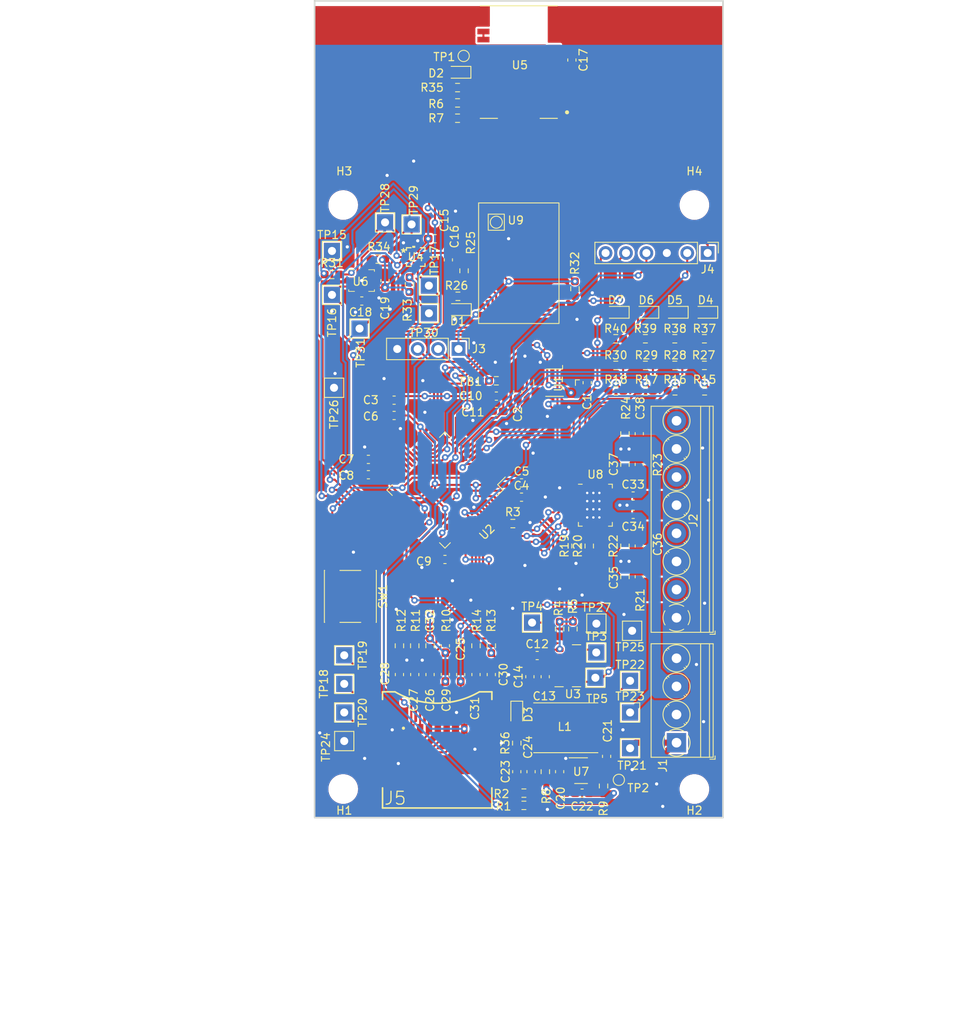
<source format=kicad_pcb>
(kicad_pcb (version 20221018) (generator pcbnew)
  (layers (0 "F.Cu" signal) (31 "B.Cu" signal) (34 "B.Paste" user) (35 "F.Paste" user) (36 "B.SilkS" user "B.Silkscreen") (37 "F.SilkS" user "F.Silkscreen") (38 "B.Mask" user) (39 "F.Mask" user) (44 "Edge.Cuts" user))
  (net 0 "")
  (net 1 "+3.3V")
  (net 2 "GND")
  (net 3 "/Microcontroller/NRST")
  (net 4 "Net-(U2-VCAP1)")
  (net 5 "Net-(U2-VDDA)")
  (net 6 "/VBAT")
  (net 7 "Net-(U7-SW)")
  (net 8 "Net-(U7-BST)")
  (net 9 "Net-(U7-FB)")
  (net 10 "/MicroSD/SDIO_CLK")
  (net 11 "/MicroSD/SDIO_CMD")
  (net 12 "/MicroSD/SDIO_D3")
  (net 13 "/MicroSD/SDIO_D2")
  (net 14 "/MicroSD/SDIO_D1")
  (net 15 "/MicroSD/SDIO_D0")
  (net 16 "/VPYRO")
  (net 17 "/PYRO4")
  (net 18 "/PYRO3")
  (net 19 "/PYRO2")
  (net 20 "/PYRO1")
  (net 21 "Net-(D1-A)")
  (net 22 "Net-(D2-A)")
  (net 23 "Net-(D3-A)")
  (net 24 "Net-(D4-A)")
  (net 25 "Net-(D5-A)")
  (net 26 "Net-(D6-A)")
  (net 27 "Net-(D7-A)")
  (net 28 "/Microcontroller/UART_TX")
  (net 29 "/Microcontroller/UART_RX")
  (net 30 "/Microcontroller/SWCLK")
  (net 31 "/Microcontroller/SWDIO")
  (net 32 "/Microcontroller/SWO")
  (net 33 "/Microcontroller/VBAT_ADC")
  (net 34 "Net-(U2-BOOT0)")
  (net 35 "/Accelerometer/SCL")
  (net 36 "/Accelerometer/SDA")
  (net 37 "Net-(U5-TXD{slash}SPI_MISO)")
  (net 38 "/GPS/TXD")
  (net 39 "/GPS/RXD")
  (net 40 "Net-(U5-RXD{slash}SPI_MOSI)")
  (net 41 "/Current Switch/EN1")
  (net 42 "Net-(U8-EN1)")
  (net 43 "/Current Switch/EN2")
  (net 44 "Net-(U8-EN2)")
  (net 45 "/Current Switch/EN3")
  (net 46 "Net-(U8-EN3)")
  (net 47 "/Current Switch/EN4")
  (net 48 "Net-(U8-EN4)")
  (net 49 "Net-(U8-CL)")
  (net 50 "Net-(U8-DIAG_EN)")
  (net 51 "Net-(U9-ANT_SW)")
  (net 52 "/LoRa/LORA_BUSY")
  (net 53 "/Barometer/MISO")
  (net 54 "/LoRa/LORA_MISO")
  (net 55 "/Barometer/~{CS}")
  (net 56 "/IMU/~{CS}")
  (net 57 "Net-(U5-SAFEBOOT_N)")
  (net 58 "Net-(U7-EN)")
  (net 59 "/Accelerometer/INT1")
  (net 60 "/LoRa/LORA_SCK")
  (net 61 "/LoRa/LORA_MOSI")
  (net 62 "/LoRa/LORA_NSS")
  (net 63 "/LoRa/LORA_RST")
  (net 64 "/LoRa/LORA_DIO1")
  (net 66 "/IMU/INT1")
  (net 67 "/Barometer/INT")
  (net 68 "/Microcontroller/TCXO_OUT")
  (net 69 "/Current Switch/~{ST2}")
  (net 70 "/Current Switch/~{ST3}")
  (net 71 "/Current Switch/~{ST4}")
  (net 73 "/Barometer/MOSI")
  (net 75 "/Barometer/SCK")
  (net 79 "/Current Switch/~{ST1}")
  (net 90 "Net-(U5-RF_IN)")
  (footprint "Resistor_SMD:R_0603_1608Metric_Pad0.98x0.95mm_HandSolder" (layer "F.Cu") (at 129.93 118.703 -90)
    (fp_text reference "R14")
    (fp_text value "10k")
  )
  (footprint "Capacitor_SMD:C_0603_1608Metric_Pad1.08x0.95mm_HandSolder" (layer "F.Cu") (at 136.636 122.555 90)
    (fp_text reference "C14")
    (fp_text value "10u")
  )
  (footprint "Capacitor_SMD:C_0603_1608Metric_Pad1.08x0.95mm_HandSolder" (layer "F.Cu") (at 116.542732 95.522606 180)
    (fp_text reference "C7")
    (fp_text value "4.7u LOWESR")
  )
  (footprint "TestPoint:TestPoint_Pad_D1.0mm" (layer "F.Cu") (at 147.701 135.382)
    (fp_text reference "TP2")
    (fp_text value "EN")
  )
  (footprint "TestPoint:TestPoint_THTPad_2.0x2.0mm_Drill1.0mm" (layer "F.Cu") (at 124.071 73.907)
    (fp_text reference "TP17")
    (fp_text value "BARO_INT")
  )
  (footprint "LED_SMD:LED_0603_1608Metric_Pad1.05x0.95mm_HandSolder" (layer "F.Cu") (at 127.682 76.887 180)
    (fp_text reference "D1")
    (fp_text value "BUSY")
  )
  (footprint "Connector_PinHeader_2.54mm:PinHeader_1x06_P2.54mm_Vertical" (layer "F.Cu") (at 158.75 69.85 -90)
    (fp_text reference "J4")
    (fp_text value "Conn_01x06")
  )
  (footprint "TestPoint:TestPoint_THTPad_2.0x2.0mm_Drill1.0mm" (layer "F.Cu") (at 113.538 127 -90)
    (fp_text reference "TP20")
    (fp_text value "SD_D0")
  )
  (footprint "Capacitor_SMD:C_0603_1608Metric_Pad1.08x0.95mm_HandSolder" (layer "F.Cu") (at 150.241 96.139 90)
    (fp_text reference "C37")
    (fp_text value "22n")
  )
  (footprint "TestPoint:TestPoint_THTPad_2.0x2.0mm_Drill1.0mm" (layer "F.Cu") (at 136.906 115.824)
    (fp_text reference "TP4")
    (fp_text value "SCL")
  )
  (footprint "Resistor_SMD:R_0603_1608Metric_Pad0.98x0.95mm_HandSolder" (layer "F.Cu") (at 151.003 80.518 180)
    (fp_text reference "R39")
    (fp_text value "22k")
  )
  (footprint "Capacitor_SMD:C_0603_1608Metric_Pad1.08x0.95mm_HandSolder" (layer "F.Cu") (at 149.479 100.076)
    (fp_text reference "C33")
    (fp_text value "10n")
  )
  (footprint "Resistor_SMD:R_0603_1608Metric_Pad0.98x0.95mm_HandSolder" (layer "F.Cu") (at 120.405 118.703 -90)
    (fp_text reference "R12")
    (fp_text value "10k")
  )
  (footprint "Package_QFP:LQFP-64_10x10mm_P0.5mm" (layer "F.Cu") (at 126.067732 99.332606 -135)
    (fp_text reference "U2")
    (fp_text value "STM32F411RCTx")
  )
  (footprint "Resistor_SMD:R_0603_1608Metric_Pad0.98x0.95mm_HandSolder" (layer "F.Cu") (at 142.24 74.295 -90)
    (fp_text reference "R32")
    (fp_text value "22k")
  )
  (footprint "Resistor_SMD:R_0603_1608Metric_Pad0.98x0.95mm_HandSolder" (layer "F.Cu") (at 135.89 137.033 180)
    (fp_text reference "R1")
    (fp_text value "22k")
  )
  (footprint "Capacitor_SMD:C_0603_1608Metric_Pad1.08x0.95mm_HandSolder" (layer "F.Cu") (at 138.541 122.555 90)
    (fp_text reference "C13")
    (fp_text value "0.1u")
  )
  (footprint "Capacitor_SMD:C_0603_1608Metric_Pad1.08x0.95mm_HandSolder" (layer "F.Cu") (at 119.744232 90.061606 180)
    (fp_text reference "C6")
    (fp_text value "100n")
  )
  (footprint "TestPoint:TestPoint_THTPad_2.0x2.0mm_Drill1.0mm" (layer "F.Cu") (at 113.538 123.444 -90)
    (fp_text reference "TP18")
    (fp_text value "SD_CLK")
  )
  (footprint "Resistor_SMD:R_0603_1608Metric_Pad0.98x0.95mm_HandSolder" (layer "F.Cu") (at 151.0265 86.995 180)
    (fp_text reference "R17")
    (fp_text value "4.7k")
  )
  (footprint "TestPoint:TestPoint_THTPad_2.0x2.0mm_Drill1.0mm" (layer "F.Cu") (at 113.538 119.888 -90)
    (fp_text reference "TP19")
    (fp_text value "SD_CMD")
  )
  (footprint "TestPoint:TestPoint_THTPad_2.0x2.0mm_Drill1.0mm" (layer "F.Cu") (at 112.014 69.596)
    (fp_text reference "TP15")
    (fp_text value "MISO")
  )
  (footprint "Resistor_SMD:R_0603_1608Metric_Pad0.98x0.95mm_HandSolder" (layer "F.Cu") (at 158.369 86.995 180)
    (fp_text reference "R15")
    (fp_text value "4.7k")
  )
  (footprint "Resistor_SMD:R_0603_1608Metric_Pad0.98x0.95mm_HandSolder" (layer "F.Cu") (at 112.014 72.517)
    (fp_text reference "R31")
    (fp_text value "22k")
  )
  (footprint "TerminalBlock_Phoenix:TerminalBlock_Phoenix_PT-1,5-4-3.5-H_1x04_P3.50mm_Horizontal" (layer "F.Cu") (at 154.875 130.7615 90)
    (fp_text reference "J1")
    (fp_text value "Conn_01x04")
  )
  (footprint "Resistor_SMD:R_0603_1608Metric_Pad0.98x0.95mm_HandSolder" (layer "F.Cu") (at 140.335 116.618 -90)
    (fp_text reference "R4")
    (fp_text value "4.7k")
  )
  (footprint "Resistor_SMD:R_0603_1608Metric_Pad0.98x0.95mm_HandSolder" (layer "F.Cu") (at 148.463 92.329 90)
    (fp_text reference "R24")
    (fp_text value "22k")
  )
  (footprint "TestPoint:TestPoint_THTPad_2.0x2.0mm_Drill1.0mm" (layer "F.Cu") (at 115.443 79.248)
    (fp_text reference "TP31")
    (fp_text value "CS2")
  )
  (footprint "Package_LGA:LGA-14_3x5mm_P0.8mm_LayoutBorder1x6y" (layer "F.Cu") (at 141.351 121.19)
    (fp_text reference "U3")
    (fp_text value "ADXL375")
  )
  (footprint "Resistor_SMD:R_0603_1608Metric_Pad0.98x0.95mm_HandSolder" (layer "F.Cu") (at 138.557 134.366 -90)
    (fp_text reference "R8")
    (fp_text value "31.6k")
  )
  (footprint "TestPoint:TestPoint_THTPad_2.0x2.0mm_Drill1.0mm" (layer "F.Cu") (at 118.618 66.04)
    (fp_text reference "TP28")
    (fp_text value "MOSI")
  )
  (footprint "Resistor_SMD:R_0603_1608Metric_Pad0.98x0.95mm_HandSolder" (layer "F.Cu") (at 131.835 118.703 -90)
    (fp_text reference "R13")
    (fp_text value "10k")
  )
  (footprint "Resistor_SMD:R_0603_1608Metric_Pad0.98x0.95mm_HandSolder" (layer "F.Cu") (at 128.444 72.061 -90)
    (fp_text reference "R25")
    (fp_text value "10k")
  )
  (footprint "Capacitor_SMD:C_0603_1608Metric_Pad1.08x0.95mm_HandSolder" (layer "F.Cu") (at 137.541 119.92)
    (fp_text reference "C12")
    (fp_text value "0.1u")
  )
  (footprint "LED_SMD:LED_0603_1608Metric_Pad1.05x0.95mm_HandSolder" (layer "F.Cu") (at 154.6625 77.22775 180)
    (fp_text reference "D5")
    (fp_text value "P2")
  )
  (footprint "MountingHole:MountingHole_3.2mm_M3" (layer "F.Cu") (at 113.411 136.525)
    (fp_text reference "H1")
    (fp_text value "MountingHole")
  )
  (footprint "Resistor_SMD:R_0603_1608Metric_Pad0.98x0.95mm_HandSolder" (layer "F.Cu") (at 122.31 118.703 -90)
    (fp_text reference "R11")
    (fp_text value "10k")
  )
  (footprint "MountingHole:MountingHole_3.2mm_M3" (layer "F.Cu") (at 157.099 136.525)
    (fp_text reference "H2")
    (fp_text value "MountingHole")
  )
  (footprint "Inductor_SMD:L_Taiyo-Yuden_NR-60xx_HandSoldering" (layer "F.Cu") (at 141.097 128.905 180)
    (fp_text reference "L1")
    (fp_text value "4.7u")
  )
  (footprint "TestPoint:TestPoint_THTPad_2.0x2.0mm_Drill1.0mm" (layer "F.Cu") (at 144.907 115.951)
    (fp_text reference "TP27")
    (fp_text value "GND")
  )
  (footprint "TestPoint:TestPoint_THTPad_2.0x2.0mm_Drill1.0mm" (layer "F.Cu") (at 149.098 123.063)
    (fp_text reference "TP22")
    (fp_text value "3V3")
  )
  (footprint "Resistor_SMD:R_0603_1608Metric_Pad0.98x0.95mm_HandSolder" (layer "F.Cu") (at 147.32 83.83175)
    (fp_text reference "R30")
    (fp_text value "10k")
  )
  (footprint "MountingHole:MountingHole_3.2mm_M3" (layer "F.Cu") (at 113.411 63.881)
    (fp_text reference "H3")
    (fp_text value "MountingHole")
  )
  (footprint "Resistor_SMD:R_0603_1608Metric_Pad0.98x0.95mm_HandSolder" (layer "F.Cu") (at 127.682 75.236 180)
    (fp_text reference "R26")
    (fp_text value "22k")
  )
  (footprint "Capacitor_SMD:C_0603_1608Metric_Pad1.08x0.95mm_HandSolder" (layer "F.Cu") (at 120.405 122.2855 -90)
    (fp_text reference "C28")
    (fp_text value "22p")
  )
  (footprint "Resistor_SMD:R_0603_1608Metric_Pad0.98x0.95mm_HandSolder" (layer "F.Cu") (at 132.461 85.744998)
    (fp_text reference "FB1")
    (fp_text value "FerriteBead")
  )
  (footprint "Resistor_SMD:R_0603_1608Metric_Pad0.98x0.95mm_HandSolder" (layer "F.Cu") (at 142.367 106.299 90)
    (fp_text reference "R19")
    (fp_text value "1k")
  )
  (footprint "Capacitor_SMD:C_0603_1608Metric_Pad1.08x0.95mm_HandSolder" (layer "F.Cu") (at 129.93 122.2855 90)
    (fp_text reference "C31")
    (fp_text value "22p")
  )
  (footprint "Package_SO:TSOP-6_1.65x3.05mm_P0.95mm" (layer "F.Cu") (at 143.002 134.239)
    (fp_text reference "U7")
    (fp_text value "AP62200WU")
  )
  (footprint "Capacitor_SMD:C_0603_1608Metric_Pad1.08x0.95mm_HandSolder" (layer "F.Cu") (at 150.241 106.299 -90)
    (fp_text reference "C36")
    (fp_text value "22n")
  )
  (footprint "Capacitor_SMD:C_0603_1608Metric_Pad1.08x0.95mm_HandSolder" (layer "F.Cu") (at 146.177 132.461 -90)
    (fp_text reference "C21")
    (fp_text value "330n")
  )
  (footprint "LED_SMD:LED_0603_1608Metric_Pad1.05x0.95mm_HandSolder" (layer "F.Cu") (at 127.635 47.371 180)
    (fp_text reference "D2")
    (fp_text value "GPS_TX")
  )
  (footprint "Project:LGA10_BMP390_BOS" (layer "F.Cu") (at 122.4327 70.351)
    (fp_text reference "U4")
    (fp_text value "BMP390")
  )
  (footprint "TestPoint:TestPoint_THTPad_2.0x2.0mm_Drill1.0mm" (layer "F.Cu") (at 149.352 116.84)
    (fp_text reference "TP25")
    (fp_text value "GND")
  )
  (footprint "TestPoint:TestPoint_THTPad_2.0x2.0mm_Drill1.0mm" (layer "F.Cu") (at 149.098 127)
    (fp_text reference "TP23")
    (fp_text value "VPYRO")
  )
  (footprint "Capacitor_SMD:C_0603_1608Metric_Pad1.08x0.95mm_HandSolder" (layer "F.Cu") (at 118.6105 73.2805 90)
    (fp_text reference "C19")
    (fp_text value "100n")
  )
  (footprint "MountingHole:MountingHole_3.2mm_M3" (layer "F.Cu") (at 157.099 63.881)
    (fp_text reference "H4")
    (fp_text value "MountingHole")
  )
  (footprint "Capacitor_SMD:C_0603_1608Metric_Pad1.08x0.95mm_HandSolder" (layer "F.Cu") (at 126.067732 107.968606)
    (fp_text reference "C9")
    (fp_text value "100n")
  )
  (footprint "Resistor_SMD:R_0603_1608Metric_Pad0.98x0.95mm_HandSolder" (layer "F.Cu") (at 158.3455 80.518 180)
    (fp_text reference "R37")
    (fp_text value "22k")
  )
  (footprint "Capacitor_SMD:C_0603_1608Metric_Pad1.08x0.95mm_HandSolder" (layer "F.Cu") (at 135.592732 98.443606)
    (fp_text reference "C5")
    (fp_text value "100n")
  )
  (footprint "Resistor_SMD:R_0603_1608Metric_Pad0.98x0.95mm_HandSolder" (layer "F.Cu") (at 135.001 130.81 90)
    (fp_text reference "R36")
    (fp_text value "22k")
  )
  (footprint "Project:GCT_MEM2067-02-180-00-A_REVB" (layer "F.Cu") (at 125.104 131.657 180)
    (fp_text reference "J5")
    (fp_text value "MEM2067-02-180-00-A_REVB")
  )
  (footprint "Resistor_SMD:R_0603_1608Metric_Pad0.98x0.95mm_HandSolder" (layer "F.Cu") (at 145.796 136.144 90)
    (fp_text reference "R9")
    (fp_text value "10k")
  )
  (footprint "TestPoint:TestPoint_THTPad_2.0x2.0mm_Drill1.0mm" (layer "F.Cu") (at 112.268 86.614)
    (fp_text reference "TP26")
    (fp_text value "GND")
  )
  (footprint "Resistor_SMD:R_0603_1608Metric_Pad0.98x0.95mm_HandSolder" (layer "F.Cu") (at 144.018 106.299 90)
    (fp_text reference "R20")
    (fp_text value "10k")
  )
  (footprint "Capacitor_SMD:C_0603_1608Metric_Pad1.08x0.95mm_HandSolder" (layer "F.Cu") (at 115.722 75.8205)
    (fp_text reference "C18")
    (fp_text value "100n")
  )
  (footprint "Resistor_SMD:R_0603_1608Metric_Pad0.98x0.95mm_HandSolder" (layer "F.Cu") (at 158.3455 83.83175)
    (fp_text reference "R27")
    (fp_text value "10k")
  )
  (footprint "Resistor_SMD:R_0603_1608Metric_Pad0.98x0.95mm_HandSolder" (layer "F.Cu") (at 154.6625 80.518 180)
    (fp_text reference "R38")
    (fp_text value "22k")
  )
  (footprint "Capacitor_SMD:C_0603_1608Metric_Pad1.08x0.95mm_HandSolder" (layer "F.Cu") (at 122.31 122.2855 -90)
    (fp_text reference "C27")
    (fp_text value "22p")
  )
  (footprint "Capacitor_SMD:C_0603_1608Metric_Pad1.08x0.95mm_HandSolder" (layer "F.Cu") (at 132.461 87.649998 180)
    (fp_text reference "C10")
    (fp_text value "100n")
  )
  (footprint "TestPoint:TestPoint_THTPad_2.0x2.0mm_Drill1.0mm" (layer "F.Cu") (at 121.92 66.294)
    (fp_text reference "TP29")
    (fp_text value "SCK")
  )
  (footprint "TerminalBlock_Phoenix:TerminalBlock_Phoenix_PT-1,5-8-3.5-H_1x08_P3.50mm_Horizontal" (layer "F.Cu") (at 154.875 115.219 90)
    (fp_text reference "J2")
    (fp_text value "Conn_01x08")
  )
  (footprint "Capacitor_SMD:C_0603_1608Metric_Pad1.08x0.95mm_HandSolder" (layer "F.Cu") (at 124.215 122.2855 -90)
    (fp_text reference "C26")
    (fp_text value "22p")
  )
  (footprint "Capacitor_SMD:C_0603_1608Metric_Pad1.08x0.95mm_HandSolder" (layer "F.Cu") (at 150.241 110.109 90)
    (fp_text reference "C35")
    (fp_text value "22n")
  )
  (footprint "TestPoint:TestPoint_THTPad_2.0x2.0mm_Drill1.0mm" (layer "F.Cu") (at 113.538 130.556)
    (fp_text reference "TP24")
    (fp_text value "GND")
  )
  (footprint "Project:LR62E" (layer "F.Cu") (at 135.255 71.12)
    (fp_text reference "U9")
    (fp_text value "LR62E")
  )
  (footprint "Resistor_SMD:R_0603_1608Metric_Pad0.98x0.95mm_HandSolder" (layer "F.Cu") (at 127.635 51.181 180)
    (fp_text reference "R6")
    (fp_text value "220")
  )
  (footprint "TestPoint:TestPoint_THTPad_2.0x2.0mm_Drill1.0mm" (layer "F.Cu") (at 144.78 122.682)
    (fp_text reference "TP5")
    (fp_text value "ACC_INT")
  )
  (footprint "TestPoint:TestPoint_THTPad_2.0x2.0mm_Drill1.0mm" (layer "F.Cu") (at 112.014 75.057)
    (fp_text reference "TP16")
    (fp_text value "IMU_INT")
  )
  (footprint "Resistor_SMD:R_0603_1608Metric_Pad0.98x0.95mm_HandSolder" (layer "F.Cu") (at 124.215 118.703 -90)
    (fp_text reference "R10")
    (fp_text value "10k")
  )
  (footprint "Oscillator:Oscillator_SMD_Fox_FT5H_5.0x3.2mm" (layer "F.Cu") (at 139.7 85.979 -90)
    (fp_text reference "U1")
    (fp_text value "FT5HN")
  )
  (footprint "Resistor_SMD:R_0603_1608Metric_Pad0.98x0.95mm_HandSolder" (layer "F.Cu") (at 134.5165 103.505)
    (fp_text reference "R3")
    (fp_text value "10k")
  )
  (footprint "Button_Switch_SMD:SW_SPST_PTS645" (layer "F.Cu") (at 114.3 112.565 -90)
    (fp_text reference "SW1")
    (fp_text value "SW_Push")
  )
  (footprint "Resistor_SMD:R_0603_1608Metric_Pad0.98x0.95mm_HandSolder" (layer "F.Cu") (at 141.986 116.618 -90)
    (fp_text reference "R5")
    (fp_text value "4.7k")
  )
  (footprint "Resistor_SMD:R_0603_1608Metric_Pad0.98x0.95mm_HandSolder" (layer "F.Cu") (at 154.6625 83.83175)
    (fp_text reference "R28")
    (fp_text value "10k")
  )
  (footprint "LED_SMD:LED_0603_1608Metric_Pad1.05x0.95mm_HandSolder" (layer "F.Cu") (at 151.003 77.22775 180)
    (fp_text reference "D6")
    (fp_text value "P3")
  )
  (footprint "Capacitor_SMD:C_0603_1608Metric_Pad1.08x0.95mm_HandSolder" (layer "F.Cu") (at 135.128 87.122 90)
    (fp_text reference "C2")
    (fp_text value "100n")
  )
  (footprint "Capacitor_SMD:C_0603_1608Metric_Pad1.08x0.95mm_HandSolder" (layer "F.Cu") (at 116.542732 97.427606 180)
    (fp_text reference "C8")
    (fp_text value "100n")
  )
  (footprint "Resistor_SMD:R_0603_1608Metric_Pad0.98x0.95mm_HandSolder" (layer "F.Cu") (at 135.89 138.557)
    (fp_text reference "R2")
    (fp_text value "10k")
  )
  (footprint "TestPoint:TestPoint_Pad_D1.0mm" (layer "F.Cu") (at 128.397 45.339 90)
    (fp_text reference "TP1")
    (fp_text value "SAFEBOOT")
  )
  (footprint "Resistor_SMD:R_0603_1608Metric_Pad0.98x0.95mm_HandSolder" (layer "F.Cu") (at 147.3435 86.995 180)
    (fp_text reference "R18")
    (fp_text value "4.7k")
  )
  (footprint "LED_SMD:LED_0603_1608Metric_Pad1.05x0.95mm_HandSolder" (layer "F.Cu") (at 147.32 77.22775 180)
    (fp_text reference "D7")
    (fp_text value "P4")
  )
  (footprint "Capacitor_SMD:C_0603_1608Metric_Pad1.08x0.95mm_HandSolder" (layer "F.Cu") (at 135.592732 100.221606)
    (fp_text reference "C4")
    (fp_text value "100n")
  )
  (footprint "Resistor_SMD:R_0603_1608Metric_Pad0.98x0.95mm_HandSolder" (layer "F.Cu") (at 148.463 106.299 90)
    (fp_text reference "R22")
    (fp_text value "22k")
  )
  (footprint "Capacitor_SMD:C_0603_1608Metric_Pad1.08x0.95mm_HandSolder" (layer "F.Cu") (at 136.779 134.366 -90)
    (fp_text reference "C24")
    (fp_text value "22u")
  )
  (footprint "Connector_PinHeader_2.54mm:PinHeader_1x04_P2.54mm_Vertical" (layer "F.Cu") (at 127.752 81.788 -90)
    (fp_text reference "J3")
    (fp_text value "Conn_01x04")
  )
  (footprint "Resistor_SMD:R_0603_1608Metric_Pad0.98x0.95mm_HandSolder" (layer "F.Cu") (at 121.658 73.78 90)
    (fp_text reference "R33")
    (fp_text value "22k")
  )
  (footprint "Capacitor_SMD:C_0603_1608Metric_Pad1.08x0.95mm_HandSolder" (layer "F.Cu") (at 132.461 89.554998 180)
    (fp_text reference "C11")
    (fp_text value "1u")
  )
  (footprint "Resistor_SMD:R_0603_1608Metric_Pad0.98x0.95mm_HandSolder" (layer "F.Cu") (at 148.463 110.109 -90)
    (fp_text reference "R21")
    (fp_text value "22k")
  )
  (footprint "LED_SMD:LED_0603_1608Metric_Pad1.05x0.95mm_HandSolder" (layer "F.Cu") (at 135.001 127.254 -90)
    (fp_text reference "D3")
    (fp_text value "POWER")
  )
  (footprint "Capacitor_SMD:C_0603_1608Metric_Pad1.08x0.95mm_HandSolder" (layer "F.Cu") (at 124.841 68.072)
    (fp_text reference "C15")
    (fp_text value "100n")
  )
  (footprint "Resistor_SMD:R_0603_1608Metric_Pad0.98x0.95mm_HandSolder" (layer "F.Cu") (at 117.729 70.612 180)
    (fp_text reference "R34")
    (fp_text value "22k")
  )
  (footprint "Resistor_SMD:R_0603_1608Metric_Pad0.98x0.95mm_HandSolder" (layer "F.Cu") (at 127.635 53.086)
    (fp_text reference "R7")
    (fp_text value "220")
  )
  (footprint "Resistor_SMD:R_0603_1608Metric_Pad0.98x0.95mm_HandSolder" (layer "F.Cu") (at 127.635 49.276 180)
    (fp_text reference "R35")
    (fp_text value "22k")
  )
  (footprint "TestPoint:TestPoint_THTPad_2.0x2.0mm_Drill1.0mm" (layer "F.Cu") (at 144.891 119.539)
    (fp_text reference "TP3")
    (fp_text value "SDA")
  )
  (footprint "LED_SMD:LED_0603_1608Metric_Pad1.05x0.95mm_HandSolder" (layer "F.Cu") (at 158.3455 77.22775 180)
    (fp_text reference "D4")
    (fp_text value "P1")
  )
  (footprint "Resistor_SMD:R_0603_1608Metric_Pad0.98x0.95mm_HandSolder" (layer "F.Cu") (at 147.32 80.518 180)
    (fp_text reference "R40")
    (fp_text value "22k")
  )
  (footprint "Capacitor_SMD:C_0603_1608Metric_Pad1.08x0.95mm_HandSolder" (layer "F.Cu") (at 140.335 134.366 90)
    (fp_text reference "C20")
    (fp_text value "10u")
  )
  (footprint "TestPoint:TestPoint_THTPad_2.0x2.0mm_Drill1.0mm" (layer "F.Cu") (at 124.079 77.343)
    (fp_text reference "TP30")
    (fp_text value "CS1")
  )
  (footprint "Capacitor_SMD:C_0603_1608Metric_Pad1.08x0.95mm_HandSolder" (layer "F.Cu") (at 149.479 102.362)
    (fp_text reference "C34")
    (fp_text value "100n")
  )
  (footprint "Resistor_SMD:R_0603_1608Metric_Pad0.98x0.95mm_HandSolder" (layer "F.Cu") (at 154.686 86.995 180)
    (fp_text reference "R16")
    (fp_text value "4.7k")
  )
  (footprint "Capacitor_SMD:C_0603_1608Metric_Pad1.08x0.95mm_HandSolder" (layer "F.Cu") (at 128.025 122.2855 90)
    (fp_text reference "C25")
    (fp_text value "22p")
  )
  (footprint "Project:LCC100P960X1400X210-31N" (layer "F.Cu") (at 135.255 46.101)
    (fp_text reference "U5")
    (fp_text value "CAM-M8Q-0")
  )
  (footprint "Capacitor_SMD:C_0603_1608Metric_Pad1.08x0.95mm_HandSolder" (layer "F.Cu") (at 141.859 45.847 -90)
    (fp_text reference "C17")
    (fp_text value "4.7u")
  )
  (footprint "Capacitor_SMD:C_0603_1608Metric_Pad1.08x0.95mm_HandSolder" (layer "F.Cu") (at 131.835 122.2855 90)
    (fp_text reference "C30")
    (fp_text value "22p")
  )
  (footprint "Resistor_SMD:R_0603_1608Metric_Pad0.98x0.95mm_HandSolder" (layer "F.Cu") (at 148.463 96.139 -90)
    (fp_text reference "R23")
    (fp_text value "22k")
  )
  (footprint "Resistor_SMD:R_0603_1608Metric_Pad0.98x0.95mm_HandSolder" (layer "F.Cu") (at 151.003 83.83175)
    (fp_text reference "R29")
    (fp_text value "10k")
  )
  (footprint "Capacitor_SMD:C_0603_1608Metric_Pad1.08x0.95mm_HandSolder" (layer "F.Cu") (at 126.12 118.703 90)
    (fp_text reference "C32")
    (fp_text value "100n")
  )
  (footprint "Package_LGA:Bosch_LGA-14_3x2.5mm_P0.5mm" (layer "F.Cu") (at 115.697 73.2755)
    (fp_text reference "U6")
    (fp_text value "BMI323")
  )
  (footprint "Capacitor_SMD:C_0603_1608Metric_Pad1.08x0.95mm_HandSolder" (layer "F.Cu") (at 150.241 92.329 -90)
    (fp_text reference "C38")
    (fp_text value "22n")
  )
  (footprint "Capacitor_SMD:C_0603_1608Metric_Pad1.08x0.95mm_HandSolder" (layer "F.Cu") (at 119.744232 88.156606 180)
    (fp_text reference "C3")
    (fp_text value "10u")
  )
  (footprint "Project:TPS274160A" (layer "F.Cu") (at 144.78 101.219)
    (fp_text reference "U8")
    (fp_text value "TPS274160A")
  )
  (footprint "TestPoint:TestPoint_THTPad_2.0x2.0mm_Drill1.0mm" (layer "F.Cu") (at 149.098 131.445)
    (fp_text reference "TP21")
    (fp_text value "VBAT")
  )
  (footprint "Capacitor_SMD:C_0603_1608Metric_Pad1.08x0.95mm_HandSolder" (layer "F.Cu") (at 126.12 122.2855 90)
    (fp_text reference "C29")
    (fp_text value "10u")
  )
  (footprint "Capacitor_SMD:C_0603_1608Metric_Pad1.08x0.95mm_HandSolder" (layer "F.Cu") (at 143.764 85.979 90)
    (fp_text reference "C1")
    (fp_text value "100n")
  )
  (footprint "Capacitor_SMD:C_0603_1608Metric_Pad1.08x0.95mm_HandSolder" (layer "F.Cu") (at 143.129 137.033)
    (fp_text reference "C22")
    (fp_text value "47p")
  )
  (footprint "Capacitor_SMD:C_0603_1608Metric_Pad1.08x0.95mm_HandSolder" (layer "F.Cu") (at 135.001 134.366 -90)
    (fp_text reference "C23")
    (fp_text value "22u")
  )
  (footprint "Capacitor_SMD:C_0603_1608Metric_Pad1.08x0.95mm_HandSolder" (layer "F.Cu") (at 126.492 70.7055 -90)
    (fp_text reference "C16")
    (fp_text value "100n")
  )
  (gr_rect (start 109.855 38.481) (end 160.655 140.081) (stroke (width 0.2)) (fill none) (layer "Edge.Cuts"))
  (segment (start 141.333786 45.301) (end 141.5425 45.301) (width 0.25) (layer "F.Cu") (net 1))
  (segment (start 130.255 77.52) (end 129.933788 77.52) (width 0.25) (layer "F.Cu") (net 1))
  (segment (start 136.636 123.4175) (end 136.941 123.4175) (width 0.25) (layer "F.Cu") (net 1))
  (segment (start 118.25861 70.6875) (end 118.566 70.6875) (width 0.25) (layer "F.Cu") (net 1))
  (segment (start 121.11334 87.649998) (end 123.553786 87.649998) (width 0.25) (layer "F.Cu") (net 1))
  (segment (start 132.137758 100.099332) (end 130.154452 100.099332) (width 0.25) (layer "F.Cu") (net 1))
  (segment (start 124.986394 98.697106) (end 124.823786 98.534498) (width 0.25) (layer "F.Cu") (net 1))
  (segment (start 118.859432 97.427606) (end 119.403251 97.971425) (width 0.25) (layer "F.Cu") (net 1))
  (segment (start 141.059 45.575786) (end 141.333786 45.301) (width 0.25) (layer "F.Cu") (net 1))
  (segment (start 121.609894 90.061606) (end 123.008286 91.459998) (width 0.25) (layer "F.Cu") (net 1))
  (segment (start 125.205232 113.875266) (end 124.215 114.865498) (width 0.25) (layer "F.Cu") (net 1))
  (segment (start 123.008286 100.349998) (end 124.823786 98.534498) (width 0.25) (layer "F.Cu") (net 1))
  (segment (start 116.9595 74.638) (end 116.577 75.0205) (width 0.25) (layer "F.Cu") (net 1))
  (segment (start 141.986 111.131286) (end 144.018 109.099286) (width 0.25) (layer "F.Cu") (net 1))
  (segment (start 136.941 123.4175) (end 137.741 122.6175) (width 0.25) (layer "F.Cu") (net 1))
  (segment (start 138.541 123.4175) (end 138.322 123.6365) (width 0.25) (layer "F.Cu") (net 1))
  (segment (start 114.8595 75.8205) (end 114.8595 74.6255) (width 0.25) (layer "F.Cu") (net 1))
  (segment (start 120.899629 100.349998) (end 123.008286 100.349998) (width 0.25) (layer "F.Cu") (net 1))
  (segment (start 140.805496 134.366) (end 139.4695 134.366) (width 0.25) (layer "F.Cu") (net 1))
  (segment (start 129.903786 98.697106) (end 132.006532 98.697106) (width 0.25) (layer "F.Cu") (net 1))
  (segment (start 140.655 52.301) (end 141.059 51.897) (width 0.25) (layer "F.Cu") (net 1))
  (segment (start 125.73 104.648) (end 125.73 104.973638) (width 0.25) (layer "F.Cu") (net 1))
  (segment (start 137.741 120.5825) (end 138.4035 119.92) (width 0.25) (layer "F.Cu") (net 1))
  (segment (start 120.606732 90.061606) (end 121.609894 90.061606) (width 0.25) (layer "F.Cu") (net 1))
  (segment (start 128.633786 69.843) (end 129.903786 69.843) (width 0.25) (layer "F.Cu") (net 1))
  (segment (start 118.6105 74.143) (end 117.077 74.143) (width 0.25) (layer "F.Cu") (net 1))
  (segment (start 120.405 117.7905) (end 120.405 118.066712) (width 0.25) (layer "F.Cu") (net 1))
  (segment (start 135.9935 81.299998) (end 137.523786 81.299998) (width 0.25) (layer "F.Cu") (net 1))
  (segment (start 134.258051 97.971425) (end 134.730232 98.443606) (width 0.25) (layer "F.Cu") (net 1))
  (segment (start 138.793786 86.103605) (end 138.968845 86.278664) (width 0.25) (layer "F.Cu") (net 1))
  (segment (start 133.7925 117.7905) (end 135.122 119.12) (width 0.25) (layer "F.Cu") (net 1))
  (segment (start 142.24 73.3825) (end 139.655 70.7975) (width 0.25) (layer "F.Cu") (net 1))
  (segment (start 123.189874 69.843) (end 123.182 69.850874) (width 0.25) (layer "F.Cu") (net 1))
  (segment (start 137.211495 119.12) (end 137.741 119.649505) (width 0.25) (layer "F.Cu") (net 1))
  (segment (start 129.903786 98.697106) (end 124.986394 98.697106) (width 0.25) (layer "F.Cu") (net 1))
  (segment (start 139.655 45.301) (end 141.333786 45.301) (width 0.25) (layer "F.Cu") (net 1))
  (segment (start 130.302 87.122) (end 128.633786 87.649998) (width 0.25) (layer "F.Cu") (net 1))
  (segment (start 125.179 128.313) (end 125.179 129.032) (width 0.25) (layer "F.Cu") (net 1))
  (segment (start 125.73 123.538) (end 125.73 127.762) (width 0.25) (layer "F.Cu") (net 1))
  (segment (start 141.167 134.727504) (end 140.805496 134.366) (width 0.25) (layer "F.Cu") (net 1))
  (segment (start 131.835 117.7905) (end 129.93 117.7905) (width 0.25) (layer "F.Cu") (net 1))
  (segment (start 114.8595 74.6255) (end 115.197 74.288) (width 0.25) (layer "F.Cu") (net 1))
  (segment (start 117.405232 97.427606) (end 118.859432 97.427606) (width 0.25) (layer "F.Cu") (net 1))
  (segment (start 130.471784 69.843) (end 134.011284 73.3825) (width 0.25) (layer "F.Cu") (net 1))
  (segment (start 131.5485 85.744998) (end 135.9935 81.299998) (width 0.25) (layer "F.Cu") (net 1))
  (segment (start 137.741 122.6175) (end 137.741 120.5825) (width 0.25) (layer "F.Cu") (net 1))
  (segment (start 135.122 119.12) (end 137.211495 119.12) (width 0.25) (layer "F.Cu") (net 1))
  (segment (start 122.931937 69.850874) (end 122.682763 69.6017) (width 0.25) (layer "F.Cu") (net 1))
  (segment (start 123.182 69.850874) (end 122.931937 69.850874) (width 0.25) (layer "F.Cu") (net 1))
  (segment (start 115.6595 75.0205) (end 114.8595 75.8205) (width 0.25) (layer "F.Cu") (net 1))
  (segment (start 111.1015 72.517) (end 111.1015 72.471748) (width 0.25) (layer "F.Cu") (net 1))
  (segment (start 129.93 117.7905) (end 128.3355 117.7905) (width 0.25) (layer "F.Cu") (net 1))
  (segment (start 140.351 123.19) (end 138.7685 123.19) (width 0.25) (layer "F.Cu") (net 1))
  (segment (start 122.31 117.7905) (end 120.405 117.7905) (width 0.25) (layer "F.Cu") (net 1))
  (segment (start 142.1375 86.8415) (end 141.75 87.229) (width 0.25) (layer "F.Cu") (net 1))
  (segment (start 126.093786 101.619998) (end 124.823786 100.349998) (width 0.25) (layer "F.Cu") (net 1))
  (segment (start 142.2665 137.033) (end 141.167 135.9335) (width 0.25) (layer "F.Cu") (net 1))
  (segment (start 125.205232 106.495768) (end 124.706551 105.997087) (width 0.25) (layer "F.Cu") (net 1))
  (segment (start 126.12 123.148) (end 125.73 123.538) (width 0.25) (layer "F.Cu") (net 1))
  (segment (start 120.606732 88.156606) (end 121.11334 87.649998) (width 0.25) (layer "F.Cu") (net 1))
  (segment (start 134.730232 100.221606) (end 133.204394 100.221606) (width 0.25) (layer "F.Cu") (net 1))
  (segment (start 139.655 52.301) (end 140.655 52.301) (width 0.25) (layer "F.Cu") (net 1))
  (segment (start 128.633786 70.958714) (end 128.633786 69.843) (width 0.25) (layer "F.Cu") (net 1))
  (segment (start 111.1015 72.471748) (end 111.013076 72.383324) (width 0.25) (layer "F.Cu") (net 1))
  (segment (start 126.492 69.843) (end 128.633786 69.843) (width 0.25) (layer "F.Cu") (net 1))
  (segment (start 139.655 45.301) (end 139.655 44.301) (width 0.25) (layer "F.Cu") (net 1))
  (segment (start 118.566 70.6875) (end 118.6415 70.612) (width 0.25) (layer "F.Cu") (net 1))
  (segment (start 125.73 127.762) (end 125.179 128.313) (width 0.25) (layer "F.Cu") (net 1))
  (segment (start 116.577 75.0205) (end 115.6595 75.0205) (width 0.25) (layer "F.Cu") (net 1))
  (segment (start 126.492 69.843) (end 123.189874 69.843) (width 0.25) (layer "F.Cu") (net 1))
  (segment (start 123.008286 92.384072) (end 123.999445 93.375231) (width 0.25) (layer "F.Cu") (net 1))
  (segment (start 146.977 125.184) (end 143.198249 125.184) (width 0.25) (layer "F.Cu") (net 1))
  (segment (start 131.5485 85.744998) (end 130.302 87.122) (width 0.25) (layer "F.Cu") (net 1))
  (segment (start 128.444 71.1485) (end 128.633786 70.958714) (width 0.25) (layer "F.Cu") (net 1))
  (segment (start 116.9595 74.0255) (end 116.9595 74.638) (width 0.25) (layer "F.Cu") (net 1))
  (segment (start 158.75 68.834) (end 157.48 67.564) (width 0.25) (layer "F.Cu") (net 1))
  (segment (start 131.835 117.7905) (end 133.7925 117.7905) (width 0.25) (layer "F.Cu") (net 1))
  (segment (start 129.933788 77.52) (end 129.903786 77.489998) (width 0.25) (layer "F.Cu") (net 1))
  (segment (start 138.541 123.4175) (end 137.741 122.6175) (width 0.25) (layer "F.Cu") (net 1))
  (segment (start 132.732213 97.971425) (end 134.258051 97.971425) (width 0.25) (layer "F.Cu") (net 1))
  (segment (start 139.4695 134.366) (end 138.557 133.4535) (width 0.25) (layer "F.Cu") (net 1))
  (segment (start 137.741 119.649505) (end 137.741 120.5825) (width 0.25) (layer "F.Cu") (net 1))
  (segment (start 157.48 67.564) (end 139.655 67.564) (width 0.25) (layer "F.Cu") (net 1))
  (segment (start 117.077 74.143) (end 116.9595 74.0255) (width 0.25) (layer "F.Cu") (net 1))
  (segment (start 128.3355 117.7905) (end 126.5605 119.5655) (width 0.25) (layer "F.Cu") (net 1))
  (segment (start 124.215 117.7905) (end 122.31 117.7905) (width 0.25) (layer "F.Cu") (net 1))
  (segment (start 141.167 135.9335) (end 141.167 134.727504) (width 0.25) (layer "F.Cu") (net 1))
  (segment (start 130.154452 100.099332) (end 129.903786 100.349998) (width 0.25) (layer "F.Cu") (net 1))
  (segment (start 123.008286 91.459998) (end 123.008286 92.384072) (width 0.25) (layer "F.Cu") (net 1))
  (segment (start 125.205232 107.968606) (end 125.205232 106.495768) (width 0.25) (layer "F.Cu") (net 1))
  (segment (start 149.098 123.063) (end 146.977 125.184) (width 0.25) (layer "F.Cu") (net 1))
  (segment (start 123.9785 68.072) (end 123.9785 68.305963) (width 0.25) (layer "F.Cu") (net 1))
  (segment (start 125.73 104.973638) (end 124.706551 105.997087) (width 0.25) (layer "F.Cu") (net 1))
  (segment (start 158.75 69.85) (end 158.75 68.834) (width 0.25) (layer "F.Cu") (net 1))
  (segment (start 141.059 51.897) (end 141.059 45.575786) (width 0.25) (layer "F.Cu") (net 1))
  (segment (start 138.322 123.6365) (end 138.322 128.905) (width 0.25) (layer "F.Cu") (net 1))
  (segment (start 123.9785 68.305963) (end 122.682763 69.6017) (width 0.25) (layer "F.Cu") (net 1))
  (segment (start 128.633786 87.649998) (end 126.331051 87.649998) (width 0.25) (layer "F.Cu") (net 1))
  (segment (start 138.4035 119.92) (end 139.1335 119.19) (width 0.25) (layer "F.Cu") (net 1))
  (segment (start 141.986 115.7055) (end 141.986 111.131286) (width 0.25) (layer "F.Cu") (net 1))
  (segment (start 119.403251 98.85362) (end 120.899629 100.349998) (width 0.25) (layer "F.Cu") (net 1))
  (segment (start 132.732213 100.693787) (end 132.137758 100.099332) (width 0.25) (layer "F.Cu") (net 1))
  (segment (start 139.655 70.7975) (end 139.655 67.564) (width 0.25) (layer "F.Cu") (net 1))
  (segment (start 143.764 86.8415) (end 142.1375 86.8415) (width 0.25) (layer "F.Cu") (net 1))
  (segment (start 143.198249 125.184) (end 141.351 123.336751) (width 0.25) (layer "F.Cu") (net 1))
  (segment (start 140.351 123.19) (end 141.351 123.19) (width 0.25) (layer "F.Cu") (net 1))
  (segment (start 139.655 67.564) (end 139.655 52.301) (width 0.25) (layer "F.Cu") (net 1))
  (segment (start 139.1335 119.19) (end 140.351 119.19) (width 0.25) (layer "F.Cu") (net 1))
  (segment (start 119.403251 97.971425) (end 119.403251 98.85362) (width 0.25) (layer "F.Cu") (net 1))
  (segment (start 141.351 123.336751) (end 141.351 123.19) (width 0.25) (layer "F.Cu") (net 1))
  (segment (start 121.559286 74.6925) (end 121.658 74.6925) (width 0.25) (layer "F.Cu") (net 1))
  (segment (start 125.205232 107.968606) (end 125.205232 113.875266) (width 0.25) (layer "F.Cu") (net 1))
  (segment (start 138.793786 82.569998) (end 138.793786 86.103605) (width 0.25) (layer "F.Cu") (net 1))
  (segment (start 120.606732 90.061606) (end 120.606732 88.156606) (width 0.25) (layer "F.Cu") (net 1))
  (segment (start 144.018 109.099286) (end 144.018 107.2115) (width 0.25) (layer "F.Cu") (net 1))
  (segment (start 124.823786 100.349998) (end 124.823786 98.534498) (width 0.25) (layer "F.Cu") (net 1))
  (segment (start 129.903786 69.843) (end 130.471784 69.843) (width 0.25) (layer "F.Cu") (net 1))
  (segment (start 138.7685 123.19) (end 138.541 123.4175) (width 0.25) (layer "F.Cu") (net 1))
  (segment (start 132.006532 98.697106) (end 132.732213 97.971425) (width 0.25) (layer "F.Cu") (net 1))
  (segment (start 141.5425 45.301) (end 141.859 44.9845) (width 0.25) (layer "F.Cu") (net 1))
  (segment (start 126.5605 119.5655) (end 126.12 119.5655) (width 0.25) (layer "F.Cu") (net 1))
  (segment (start 133.204394 100.221606) (end 132.732213 100.693787) (width 0.25) (layer "F.Cu") (net 1))
  (via (at 118.6105 74.143) (size 0.8) (drill 0.4) (layers "F.Cu" "B.Cu") (net 1))
  (via (at 142.24 73.3825) (size 0.8) (drill 0.4) (layers "F.Cu" "B.Cu") (net 1))
  (via (at 126.331051 87.649998) (size 0.8) (drill 0.4) (layers "F.Cu" "B.Cu") (net 1))
  (via (at 121.559286 74.6925) (size 0.8) (drill 0.4) (layers "F.Cu" "B.Cu") (net 1))
  (via (at 111.013076 72.383324) (size 0.8) (drill 0.4) (layers "F.Cu" "B.Cu") (net 1))
  (via (at 140.351 119.0905) (size 0.8) (drill 0.4) (layers "F.Cu" "B.Cu") (net 1))
  (via (at 138.793786 82.569998) (size 0.8) (drill 0.4) (layers "F.Cu" "B.Cu") (net 1))
  (via (at 137.523786 81.299998) (size 0.8) (drill 0.4) (layers "F.Cu" "B.Cu") (net 1))
  (via (at 131.5485 85.744998) (size 0.8) (drill 0.4) (layers "F.Cu" "B.Cu") (net 1))
  (via (at 126.12 119.5655) (size 0.8) (drill 0.4) (layers "F.Cu" "B.Cu") (net 1))
  (via (at 140.335 115.7055) (size 0.8) (drill 0.4) (layers "F.Cu" "B.Cu") (net 1))
  (via (at 129.903786 98.697106) (size 0.8) (drill 0.4) (layers "F.Cu" "B.Cu") (net 1))
  (via (at 126.12 123.148) (size 0.8) (drill 0.4) (layers "F.Cu" "B.Cu") (net 1))
  (via (at 126.093786 101.619998) (size 0.8) (drill 0.4) (layers "F.Cu" "B.Cu") (net 1))
  (via (at 124.215 117.7905) (size 0.8) (drill 0.4) (layers "F.Cu" "B.Cu") (net 1))
  (via (at 124.215 114.865498) (size 0.8) (drill 0.4) (layers "F.Cu" "B.Cu") (net 1))
  (via (at 123.553786 87.649998) (size 0.8) (drill 0.4) (layers "F.Cu" "B.Cu") (net 1))
  (via (at 123.008286 91.459998) (size 0.8) (drill 0.4) (layers "F.Cu" "B.Cu") (net 1))
  (via (at 125.73 104.648) (size 0.8) (drill 0.4) (layers "F.Cu" "B.Cu") (net 1))
  (via (at 141.986 115.7055) (size 0.8) (drill 0.4) (layers "F.Cu" "B.Cu") (net 1))
  (via (at 134.011284 73.3825) (size 0.8) (drill 0.4) (layers "F.Cu" "B.Cu") (net 1))
  (via (at 129.903786 100.349998) (size 0.8) (drill 0.4) (layers "F.Cu" "B.Cu") (net 1))
  (via (at 138.968845 86.278664) (size 0.8) (drill 0.4) (layers "F.Cu" "B.Cu") (net 1))
  (via (at 124.823786 98.534498) (size 0.8) (drill 0.4) (layers "F.Cu" "B.Cu") (net 1))
  (via (at 118.25861 70.6875) (size 0.8) (drill 0.4) (layers "F.Cu" "B.Cu") (net 1))
  (via (at 129.903786 77.489998) (size 0.8) (drill 0.4) (layers "F.Cu" "B.Cu") (net 1))
  (via (at 123.9785 68.072) (size 0.8) (drill 0.4) (layers "F.Cu" "B.Cu") (net 1))
  (via (at 141.75 87.229) (size 0.8) (drill 0.4) (layers "F.Cu" "B.Cu") (net 1))
  (segment (start 129.903786 77.489998) (end 127.752 79.641784) (width 0.25) (layer "B.Cu") (net 1))
  (segment (start 127.851788 81.788) (end 127.752 81.788) (width 0.25) (layer "B.Cu") (net 1))
  (segment (start 110.689 72.059248) (end 110.689 68.271) (width 0.25) (layer "B.Cu") (net 1))
  (segment (start 121.009786 74.143) (end 118.6105 74.143) (width 0.25) (layer "B.Cu") (net 1))
  (segment (start 125.99 119.5655) (end 126.12 119.5655) (width 0.25) (layer "B.Cu") (net 1))
  (segment (start 134.011284 73.3825) (end 142.24 73.3825) (width 0.25) (layer "B.Cu") (net 1))
  (segment (start 123.9785 68.775) (end 123.9785 68.072) (width 0.25) (layer "B.Cu") (net 1))
  (segment (start 123.9785 65.5585) (end 123.9785 68.072) (width 0.25) (layer "B.Cu") (net 1))
  (segment (start 119.634 61.214) (end 123.9785 65.5585) (width 0.25) (layer "B.Cu") (net 1))
  (segment (start 125.73 104.648) (end 126.093786 104.284214) (width 0.25) (layer "B.Cu") (net 1))
  (segment (start 118.6105 74.143) (end 123.9785 68.775) (width 0.25) (layer "B.Cu") (net 1))
  (segment (start 140.335 115.7055) (end 140.335 119.0745) (width 0.25) (layer "B.Cu") (net 1))
  (segment (start 131.5485 85.484712) (end 127.851788 81.788) (width 0.25) (layer "B.Cu") (net 1))
  (segment (start 129.903786 77.489998) (end 134.011284 73.3825) (width 0.25) (layer "B.Cu") (net 1))
  (segment (start 118.6105 74.143) (end 118.6105 71.03939) (width 0.25) (layer "B.Cu") (net 1))
  (segment (start 137.523786 81.299998) (end 138.793786 82.569998) (width 0.25) (layer "B.Cu") (net 1))
  (segment (start 126.093786 104.284214) (end 126.093786 101.619998) (width 0.25) (layer "B.Cu") (net 1))
  (segment (start 138.968845 86.278664) (end 140.799664 86.278664) (width 0.25) (layer "B.Cu") (net 1))
  (segment (start 112.577 68.271) (end 119.634 61.214) (width 0.25) (layer "B.Cu") (net 1))
  (segment (start 127.752 79.641784) (end 127.752 81.788) (width 0.25) (layer "B.Cu") (net 1))
  (segment (start 124.823786 93.275498) (end 123.008286 91.459998) (width 0.25) (layer "B.Cu") (net 1))
  (segment (start 123.553786 87.649998) (end 126.331051 87.649998) (width 0.25) (layer "B.Cu") (net 1))
  (segment (start 110.689 68.271) (end 112.577 68.271) (width 0.25) (layer "B.Cu") (net 1))
  (segment (start 111.013076 72.383324) (end 110.689 72.059248) (width 0.25) (layer "B.Cu") (net 1))
  (segment (start 124.215 114.865498) (end 124.215 117.7905) (width 0.25) (layer "B.Cu") (net 1))
  (segment (start 131.5485 85.744998) (end 131.5485 85.484712) (width 0.25) (layer "B.Cu") (net 1))
  (segment (start 121.559286 74.6925) (end 121.009786 74.143) (width 0.25) (layer "B.Cu") (net 1))
  (segment (start 141.986 115.7055) (end 140.335 115.7055) (width 0.25) (layer "B.Cu") (net 1))
  (segment (start 140.335 119.0745) (end 140.351 119.0905) (width 0.25) (layer "B.Cu") (net 1))
  (segment (start 124.215 117.7905) (end 125.99 119.5655) (width 0.25) (layer "B.Cu") (net 1))
  (segment (start 140.799664 86.278664) (end 141.75 87.229) (width 0.25) (layer "B.Cu") (net 1))
  (segment (start 126.12 119.5655) (end 126.12 123.148) (width 0.25) (layer "B.Cu") (net 1))
  (segment (start 118.6105 71.03939) (end 118.25861 70.6875) (width 0.25) (layer "B.Cu") (net 1))
  (segment (start 124.823786 98.534498) (end 124.823786 93.275498) (width 0.25) (layer "B.Cu") (net 1))
  (segment (start 129.903786 100.349998) (end 129.903786 98.697106) (width 0.25) (layer "B.Cu") (net 1))
  (via (at 142.494 78.105) (size 0.8) (drill 0.4) (layers "F.Cu" "B.Cu") (net 2))
  (via (at 133.731 91.059) (size 0.8) (drill 0.4) (layers "F.Cu" "B.Cu") (net 2))
  (via (at 126.963779 115.483875) (size 0.8) (drill 0.4) (layers "F.Cu" "B.Cu") (net 2))
  (via (at 120.523 91.694) (size 0.8) (drill 0.4) (layers "F.Cu" "B.Cu") (net 2))
  (via (at 149.352 134.112) (size 0.8) (drill 0.4) (layers "F.Cu" "B.Cu") (net 2))
  (via (at 118.872 60.198) (size 0.8) (drill 0.4) (layers "F.Cu" "B.Cu") (net 2))
  (via (at 138.557 100.203) (size 0.8) (drill 0.4) (layers "F.Cu" "B.Cu") (net 2))
  (via (at 129.54 90.678) (size 0.8) (drill 0.4) (layers "F.Cu" "B.Cu") (net 2))
  (via (at 127.381 64.643) (size 0.8) (drill 0.4) (layers "F.Cu" "B.Cu") (net 2))
  (via (at 127.508 127) (size 0.8) (drill 0.4) (layers "F.Cu" "B.Cu") (net 2))
  (via (at 152.4 135.89) (size 0.8) (drill 0.4) (layers "F.Cu" "B.Cu") (net 2))
  (via (at 153.162 138.684) (size 0.8) (drill 0.4) (layers "F.Cu" "B.Cu") (net 2))
  (via (at 129.667 101.473) (size 0.8) (drill 0.4) (layers "F.Cu" "B.Cu") (net 2))
  (via (at 138.811 139.065) (size 0.8) (drill 0.4) (layers "F.Cu" "B.Cu") (net 2))
  (via (at 148.209 129.159) (size 0.8) (drill 0.4) (layers "F.Cu" "B.Cu") (net 2))
  (via (at 113.792 97.028) (size 0.8) (drill 0.4) (layers "F.Cu" "B.Cu") (net 2))
  (via (at 157.353 121.031) (size 0.8) (drill 0.4) (layers "F.Cu" "B.Cu") (net 2))
  (via (at 120.904 68.58) (size 0.8) (drill 0.4) (layers "F.Cu" "B.Cu") (net 2))
  (via (at 136.017 82.677) (size 0.8) (drill 0.4) (layers "F.Cu" "B.Cu") (net 2))
  (via (at 120.269 133.35) (size 0.8) (drill 0.4) (layers "F.Cu" "B.Cu") (net 2))
  (via (at 136.652 103.378) (size 0.8) (drill 0.4) (layers "F.Cu" "B.Cu") (net 2))
  (via (at 119.253 76.835) (size 0.8) (drill 0.4) (layers "F.Cu" "B.Cu") (net 2))
  (via (at 112.395 84.836) (size 0.8) (drill 0.4) (layers "F.Cu" "B.Cu") (net 2))
  (via (at 119.507 129.159) (size 0.8) (drill 0.4) (layers "F.Cu" "B.Cu") (net 2))
  (via (at 122.682 68.326) (size 0.8) (drill 0.4) (layers "F.Cu" "B.Cu") (net 2))
  (via (at 129.286 113.03) (size 0.8) (drill 0.4) (layers "F.Cu" "B.Cu") (net 2))
  (via (at 121.285 77.597) (size 0.8) (drill 0.4) (layers "F.Cu" "B.Cu") (net 2))
  (via (at 129.667 81.026) (size 0.8) (drill 0.4) (layers "F.Cu" "B.Cu") (net 2))
  (via (at 123.24131 120.495777) (size 0.8) (drill 0.4) (layers "F.Cu" "B.Cu") (net 2))
  (via (at 158.877 100.584) (size 0.8) (drill 0.4) (layers "F.Cu" "B.Cu") (net 2))
  (via (at 112.014 77.089) (size 0.8) (drill 0.4) (layers "F.Cu" "B.Cu") (net 2))
  (via (at 134.493 114.046) (size 0.8) (drill 0.4) (layers "F.Cu" "B.Cu") (net 2))
  (via (at 141.097 132.715) (size 0.8) (drill 0.4) (layers "F.Cu" "B.Cu") (net 2))
  (via (at 132.334 83.439) (size 0.8) (drill 0.4) (layers "F.Cu" "B.Cu") (net 2))
  (via (at 158.369 113.411) (size 0.8) (drill 0.4) (layers "F.Cu" "B.Cu") (net 2))
  (via (at 127.254 78.105) (size 0.8) (drill 0.4) (layers "F.Cu" "B.Cu") (net 2))
  (via (at 140.335 99.06) (size 0.8) (drill 0.4) (layers "F.Cu" "B.Cu") (net 2))
  (via (at 158.242 128.143) (size 0.8) (drill 0.4) (layers "F.Cu" "B.Cu") (net 2))
  (via (at 113.919 69.088) (size 0.8) (drill 0.4) (layers "F.Cu" "B.Cu") (net 2))
  (via (at 130.048 85.852) (size 0.8) (drill 0.4) (layers "F.Cu" "B.Cu") (net 2))
  (via (at 133.985 122.301) (size 0.8) (drill 0.4) (layers "F.Cu" "B.Cu") (net 2))
  (via (at 110.49 129.54) (size 0.8) (drill 0.4) (layers "F.Cu" "B.Cu") (net 2))
  (via (at 158.115 94.107) (size 0.8) (drill 0.4) (layers "F.Cu" "B.Cu") (net 2))
  (via (at 140.335 111.633) (size 0.8) (drill 0.4) (layers "F.Cu" "B.Cu") (net 2))
  (via (at 116.078 93.98) (size 0.8) (drill 0.4) (layers "F.Cu" "B.Cu") (net 2))
  (via (at 123.571 89.662) (size 0.8) (drill 0.4) (layers "F.Cu" "B.Cu") (net 2))
  (via (at 120.015 114.173) (size 0.8) (drill 0.4) (layers "F.Cu" "B.Cu") (net 2))
  (via (at 136.017 108.712) (size 0.8) (drill 0.4) (layers "F.Cu" "B.Cu") (net 2))
  (via (at 133.985 68.072) (size 0.8) (drill 0.4) (layers "F.Cu" "B.Cu") (net 2))
  (via (at 118.491 85.471) (size 0.8) (drill 0.4) (layers "F.Cu" "B.Cu") (net 2))
  (via (at 129.794 131.572) (size 0.8) (drill 0.4) (layers "F.Cu" "B.Cu") (net 2))
  (via (at 116.078 132.715) (size 0.8) (drill 0.4) (layers "F.Cu" "B.Cu") (net 2))
  (via (at 137.033 94.742) (size 0.8) (drill 0.4) (layers "F.Cu" "B.Cu") (net 2))
  (via (at 115.697 73.279) (size 0.8) (drill 0.4) (layers "F.Cu" "B.Cu") (net 2))
  (via (at 137.922 83.439) (size 0.8) (drill 0.4) (layers "F.Cu" "B.Cu") (net 2))
  (via (at 141.478 89.027) (size 0.8) (drill 0.4) (layers "F.Cu" "B.Cu") (net 2))
  (via (at 117.856 75.438) (size 0.8) (drill 0.4) (layers "F.Cu" "B.Cu") (net 2))
  (via (at 122.174 58.42) (size 0.8) (drill 0.4) (layers "F.Cu" "B.Cu") (net 2))
  (via (at 123.317 85.725) (size 0.8) (drill 0.4) (layers "F.Cu" "B.Cu") (net 2))
  (via (at 114.935 77.216) (size 0.8) (drill 0.4) (layers "F.Cu" "B.Cu") (net 2))
  (via (at 127 110.617) (size 0.8) (drill 0.4) (layers "F.Cu" "B.Cu") (net 2))
  (via (at 133.096 130.81) (size 0.8) (drill 0.4) (layers "F.Cu" "B.Cu") (net 2))
  (via (at 148.336 114.808) (size 0.8) (drill 0.4) (layers "F.Cu" "B.Cu") (net 2))
  (via (at 144.399 74.803) (size 0.8) (drill 0.4) (layers "F.Cu" "B.Cu") (net 2))
  (via (at 121.322511 120.488102) (size 0.8) (drill 0.4) (layers "F.Cu" "B.Cu") (net 2))
  (via (at 123.19 108.966) (size 0.8) (drill 0.4) (layers "F.Cu" "B.Cu") (net 2))
  (via (at 143.129 112.395) (size 0.8) (drill 0.4) (layers "F.Cu" "B.Cu") (net 2))
  (via (at 142.367 108.458) (size 0.8) (drill 0.4) (layers "F.Cu" "B.Cu") (net 2))
  (via (at 114.681 107.061) (size 0.8) (drill 0.4) (layers "F.Cu" "B.Cu") (net 2))
  (via (at 138.811 90.17) (size 0.8) (drill 0.4) (layers "F.Cu" "B.Cu") (net 2))
  (segment (start 128.633786 97.809998) (end 130.593679 95.850105) (width 0.25) (layer "F.Cu") (net 3))
  (segment (start 130.593679 95.850105) (end 130.610893 95.850105) (width 0.25) (layer "F.Cu") (net 3))
  (segment (start 147.828 75.692) (end 147.828 70.612) (width 0.25) (layer "F.Cu") (net 3))
  (segment (start 135.128 87.9845) (end 135.128 91.332998) (width 0.25) (layer "F.Cu") (net 3))
  (segment (start 136.253786 84.025214) (end 136.253786 86.858714) (width 0.25) (layer "F.Cu") (net 3))
  (segment (start 143.781238 75.792457) (end 144.540351 75.792457) (width 0.25) (layer "F.Cu") (net 3))
  (segment (start 112.05 101.693784) (end 112.123786 101.619998) (width 0.25) (layer "F.Cu") (net 3))
  (segment (start 122.013415 97.809998) (end 128.633786 97.809998) (width 0.25) (layer "F.Cu") (net 3))
  (segment (start 140.699002 79.579998) (end 140.699002 78.874693) (width 0.25) (layer "F.Cu") (net 3))
  (segment (start 120.7725 99.050913) (end 122.013415 97.809998) (width 0.25) (layer "F.Cu") (net 3))
  (segment (start 147.828 70.612) (end 148.59 69.85) (width 0.25) (layer "F.Cu") (net 3))
  (segment (start 140.699002 79.579998) (end 136.253786 84.025214) (width 0.25) (layer "F.Cu") (net 3))
  (segment (start 135.128 91.332998) (end 130.610893 95.850105) (width 0.25) (layer "F.Cu") (net 3))
  (segment (start 140.699002 78.874693) (end 143.781238 75.792457) (width 0.25) (layer "F.Cu") (net 3))
  (segment (start 136.253786 86.858714) (end 135.128 87.9845) (width 0.25) (layer "F.Cu") (net 3))
  (segment (start 112.05 108.585) (end 112.05 116.545) (width 0.25) (layer "F.Cu") (net 3))
  (segment (start 112.05 108.585) (end 112.05 101.693784) (width 0.25) (layer "F.Cu") (net 3))
  (via (at 120.7725 99.050913) (size 0.8) (drill 0.4) (layers "F.Cu" "B.Cu") (net 3))
  (via (at 112.123786 101.619998) (size 0.8) (drill 0.4) (layers "F.Cu" "B.Cu") (net 3))
  (via (at 144.540351 75.792457) (size 0.8) (drill 0.4) (layers "F.Cu" "B.Cu") (net 3))
  (via (at 147.828 75.692) (size 0.8) (drill 0.4) (layers "F.Cu" "B.Cu") (net 3))
  (segment (start 144.540351 75.792457) (end 147.727543 75.792457) (width 0.25) (layer "B.Cu") (net 3))
  (segment (start 112.123786 101.619998) (end 114.692871 99.050913) (width 0.25) (layer "B.Cu") (net 3))
  (segment (start 147.727543 75.792457) (end 147.828 75.692) (width 0.25) (layer "B.Cu") (net 3))
  (segment (start 114.692871 99.050913) (end 120.7725 99.050913) (width 0.25) (layer "B.Cu") (net 3))
  (segment (start 117.405232 95.522606) (end 118.368644 95.522606) (width 0.25) (layer "F.Cu") (net 4))
  (segment (start 118.368644 95.522606) (end 120.110357 97.264319) (width 0.25) (layer "F.Cu") (net 4))
  (segment (start 133.3235 87.649998) (end 133.3235 85.794998) (width 0.25) (layer "F.Cu") (net 5))
  (segment (start 132.5235 90.354998) (end 133.3235 89.554998) (width 0.25) (layer "F.Cu") (net 5))
  (segment (start 131.86336 90.354998) (end 132.5235 90.354998) (width 0.25) (layer "F.Cu") (net 5))
  (segment (start 128.489573 93.728785) (end 131.86336 90.354998) (width 0.25) (layer "F.Cu") (net 5))
  (segment (start 133.3235 89.554998) (end 133.3235 87.649998) (width 0.25) (layer "F.Cu") (net 5))
  (segment (start 143.129 137.998) (end 143.256 138.125) (width 0.25) (layer "F.Cu") (net 6))
  (segment (start 136.8025 137.033) (end 137.208844 137.439344) (width 0.25) (layer "F.Cu") (net 6))
  (segment (start 143.256 138.125) (end 147.361344 138.125) (width 0.762) (layer "F.Cu") (net 6))
  (segment (start 154.875 130.7615) (end 149.7815 130.7615) (width 0.762) (layer "F.Cu") (net 6))
  (segment (start 140.547656 138.125) (end 143.256 138.125) (width 0.762) (layer "F.Cu") (net 6))
  (segment (start 139.862 135.7015) (end 139.862 137.439344) (width 0.762) (layer "F.Cu") (net 6))
  (segment (start 154.724844 130.7615) (end 154.875 130.7615) (width 0.762) (layer "F.Cu") (net 6))
  (segment (start 139.862 137.439344) (end 140.547656 138.125) (width 0.762) (layer "F.Cu") (net 6))
  (segment (start 140.3745 135.189) (end 140.335 135.2285) (width 0.25) (layer "F.Cu") (net 6))
  (segment (start 142.555 135.189) (end 143.129 135.763) (width 0.25) (layer "F.Cu") (net 6))
  (segment (start 141.842 135.189) (end 142.555 135.189) (width 0.25) (layer "F.Cu") (net 6))
  (segment (start 137.208844 137.439344) (end 139.862 137.439344) (width 0.25) (layer "F.Cu") (net 6))
  (segment (start 147.361344 138.125) (end 154.724844 130.7615) (width 0.762) (layer "F.Cu") (net 6))
  (segment (start 149.7815 130.7615) (end 149.098 131.445) (width 0.762) (layer "F.Cu") (net 6))
  (segment (start 143.129 135.763) (end 143.129 137.998) (width 0.25) (layer "F.Cu") (net 6))
  (segment (start 140.335 135.2285) (end 139.862 135.7015) (width 0.762) (layer "F.Cu") (net 6))
  (segment (start 138.684 136.525) (end 138.684 135.4055) (width 0.762) (layer "F.Cu") (net 9))
  (segment (start 147.0425 137.0565) (end 147.066 137.033) (width 0.762) (layer "F.Cu") (net 9))
  (segment (start 145.796 137.0565) (end 147.0425 137.0565) (width 0.762) (layer "F.Cu") (net 9))
  (segment (start 138.684 135.4055) (end 138.557 135.2785) (width 0.762) (layer "F.Cu") (net 9))
  (via (at 138.684 136.525) (size 0.8) (drill 0.4) (layers "F.Cu" "B.Cu") (net 9))
  (via (at 147.066 137.033) (size 0.8) (drill 0.4) (layers "F.Cu" "B.Cu") (net 9))
  (segment (start 146.085 138.014) (end 140.173 138.014) (width 0.762) (layer "B.Cu") (net 9))
  (segment (start 140.173 138.014) (end 138.684 136.525) (width 0.762) (layer "B.Cu") (net 9))
  (segment (start 147.066 137.033) (end 146.085 138.014) (width 0.762) (layer "B.Cu") (net 9))
  (segment (start 116.147 126.053) (end 113.538 123.444) (width 0.25) (layer "F.Cu") (net 10))
  (segment (start 126.279 129.032) (end 126.279 126.197) (width 0.25) (layer "F.Cu") (net 10))
  (segment (start 117.221 131.445) (end 116.147 130.371) (width 0.25) (layer "F.Cu") (net 10))
  (segment (start 126.279 129.632) (end 124.466 131.445) (width 0.25) (layer "F.Cu") (net 10))
  (segment (start 130.353786 106.093534) (end 130.353786 113.915109) (width 0.25) (layer "F.Cu") (net 10))
  (segment (start 130.353786 113.915109) (end 128.021341 116.247554) (width 0.25) (layer "F.Cu") (net 10))
  (segment (start 126.279 126.197) (end 128.025 124.451) (width 0.25) (layer "F.Cu") (net 10))
  (segment (start 128.843126 104.582874) (end 130.353786 106.093534) (width 0.25) (layer "F.Cu") (net 10))
  (segment (start 126.279 129.032) (end 126.279 129.632) (width 0.25) (layer "F.Cu") (net 10))
  (segment (start 116.147 130.371) (end 116.147 126.053) (width 0.25) (layer "F.Cu") (net 10))
  (segment (start 128.025 124.451) (end 128.025 123.148) (width 0.25) (layer "F.Cu") (net 10))
  (segment (start 124.466 131.445) (end 117.221 131.445) (width 0.25) (layer "F.Cu") (net 10))
  (via (at 128.025 123.148) (size 0.8) (drill 0.4) (layers "F.Cu" "B.Cu") (net 10))
  (via (at 128.021341 116.247554) (size 0.8) (drill 0.4) (layers "F.Cu" "B.Cu") (net 10))
  (segment (start 128.021341 121.419341) (end 128.021341 123.144341) (width 0.25) (layer "B.Cu") (net 10))
  (segment (start 128.021341 116.247554) (end 128.021341 121.419341) (width 0.25) (layer "B.Cu") (net 10))
  (segment (start 128.021341 123.144341) (end 128.025 123.148) (width 0.25) (layer "B.Cu") (net 10))
  (segment (start 124.079 124.616996) (end 125.015 123.680996) (width 0.25) (layer "F.Cu") (net 11))
  (segment (start 130.803786 105.836426) (end 130.803786 114.489709) (width 0.25) (layer "F.Cu") (net 11))
  (segment (start 122.809 130.902) (end 124.079 129.632) (width 0.25) (layer "F.Cu") (net 11))
  (segment (start 124.079 129.032) (end 124.079 124.616996) (width 0.25) (layer "F.Cu") (net 11))
  (segment (start 116.713 130.175) (end 117.475 130.937) (width 0.25) (layer "F.Cu") (net 11))
  (segment (start 116.713 123.063) (end 113.538 119.888) (width 0.25) (layer "F.Cu") (net 11))
  (segment (start 124.215 121.423) (end 124.215 119.6155) (width 0.25) (layer "F.Cu") (net 11))
  (segment (start 129.19668 104.22932) (end 130.803786 105.836426) (width 0.25) (layer "F.Cu") (net 11))
  (segment (start 124.430502 119.399998) (end 124.215 119.6155) (width 0.25) (layer "F.Cu") (net 11))
  (segment (start 122.809 130.937) (end 122.809 130.902) (width 0.25) (layer "F.Cu") (net 11))
  (segment (start 125.015 122.223) (end 124.215 121.423) (width 0.25) (layer "F.Cu") (net 11))
  (segment (start 124.952507 119.399998) (end 124.430502 119.399998) (width 0.25) (layer "F.Cu") (net 11))
  (segment (start 130.803786 114.489709) (end 126.590495 118.703) (width 0.25) (layer "F.Cu") (net 11))
  (segment (start 116.713 130.175) (end 116.713 123.063) (width 0.25) (layer "F.Cu") (net 11))
  (segment (start 117.475 130.937) (end 122.809 130.937) (width 0.25) (layer "F.Cu") (net 11))
  (segment (start 125.015 123.680996) (end 125.015 122.223) (width 0.25) (layer "F.Cu") (net 11))
  (segment (start 126.590495 118.703) (end 125.649505 118.703) (width 0.25) (layer "F.Cu") (net 11))
  (segment (start 124.079 129.632) (end 124.079 129.032) (width 0.25) (layer "F.Cu") (net 11))
  (segment (start 125.649505 118.703) (end 124.952507 119.399998) (width 0.25) (layer "F.Cu") (net 11))
  (segment (start 124.685495 118.603) (end 123.3225 118.603) (width 0.25) (layer "F.Cu") (net 12))
  (segment (start 129.903786 106.35064) (end 129.903786 111.144998) (width 0.25) (layer "F.Cu") (net 12))
  (segment (start 122.979 123.811996) (end 123.11 123.680996) (width 0.25) (layer "F.Cu") (net 12))
  (segment (start 123.3225 118.603) (end 122.31 119.6155) (width 0.25) (layer "F.Cu") (net 12))
  (segment (start 122.31 121.554) (end 122.31 121.423) (width 0.25) (layer "F.Cu") (net 12))
  (segment (start 122.31 121.423) (end 122.31 119.6155) (width 0.25) (layer "F.Cu") (net 12))
  (segment (start 125.015 116.033784) (end 125.015 118.273495) (width 0.25) (layer "F.Cu") (net 12))
  (segment (start 128.489573 104.936427) (end 129.903786 106.35064) (width 0.25) (layer "F.Cu") (net 12))
  (segment (start 123.11 123.680996) (end 123.11 122.354) (width 0.25) (layer "F.Cu") (net 12))
  (segment (start 129.903786 111.144998) (end 125.015 116.033784) (width 0.25) (layer "F.Cu") (net 12))
  (segment (start 122.979 129.032) (end 122.979 123.811996) (width 0.25) (layer "F.Cu") (net 12))
  (segment (start 123.11 122.354) (end 122.31 121.554) (width 0.25) (layer "F.Cu") (net 12))
  (segment (start 125.015 118.273495) (end 124.685495 118.603) (width 0.25) (layer "F.Cu") (net 12))
  (segment (start 119.605 122.223) (end 120.405 121.423) (width 0.25) (layer "F.Cu") (net 13))
  (segment (start 124.334388 116.078) (end 120.834504 116.078) (width 0.25) (layer "F.Cu") (net 13))
  (segment (start 120.834504 116.078) (end 119.605 117.307504) (width 0.25) (layer "F.Cu") (net 13))
  (segment (start 119.605 118.8155) (end 120.405 119.6155) (width 0.25) (layer "F.Cu") (net 13))
  (segment (start 120.405 121.423) (end 120.405 119.6155) (width 0.25) (layer "F.Cu") (net 13))
  (segment (start 128.136019 105.289981) (end 129.453786 106.607748) (width 0.25) (layer "F.Cu") (net 13))
  (segment (start 121.879 129.032) (end 121.879 125.435) (width 0.25) (layer "F.Cu") (net 13))
  (segment (start 129.453786 110.958602) (end 124.334388 116.078) (width 0.25) (layer "F.Cu") (net 13))
  (segment (start 121.879 125.435) (end 121.158 124.714) (width 0.25) (layer "F.Cu") (net 13))
  (segment (start 129.453786 106.607748) (end 129.453786 110.958602) (width 0.25) (layer "F.Cu") (net 13))
  (segment (start 121.158 124.714) (end 120.638005 124.714) (width 0.25) (layer "F.Cu") (net 13))
  (segment (start 119.605 123.680995) (end 119.605 122.223) (width 0.25) (layer "F.Cu") (net 13))
  (segment (start 119.605 117.307504) (end 119.605 118.8155) (width 0.25) (layer "F.Cu") (net 13))
  (segment (start 120.638005 124.714) (end 119.605 123.680995) (width 0.25) (layer "F.Cu") (net 13))
  (segment (start 121.28367 112.049882) (end 122.283786 113.049998) (width 0.25) (layer "F.Cu") (net 14))
  (segment (start 121.28367 103.763114) (end 121.28367 112.049882) (width 0.25) (layer "F.Cu") (net 14))
  (segment (start 132.635 120.4155) (end 131.835 119.6155) (width 0.25) (layer "F.Cu") (net 14))
  (segment (start 132.635 122.348) (end 132.635 120.4155) (width 0.25) (layer "F.Cu") (net 14))
  (segment (start 131.835 123.148) (end 132.635 122.348) (width 0.25) (layer "F.Cu") (net 14))
  (segment (start 121.878124 103.16866) (end 121.28367 103.763114) (width 0.25) (layer "F.Cu") (net 14))
  (segment (start 129.579 129.032) (end 129.579 125.404) (width 0.25) (layer "F.Cu") (net 14))
  (segment (start 129.579 125.404) (end 131.835 123.148) (width 0.25) (layer "F.Cu") (net 14))
  (via (at 131.835 119.6155) (size 0.8) (drill 0.4) (layers "F.Cu" "B.Cu") (net 14))
  (via (at 122.283786 113.049998) (size 0.8) (drill 0.4) (layers "F.Cu" "B.Cu") (net 14))
  (segment (start 122.283786 113.049998) (end 125.84909 113.049998) (width 0.25) (layer "B.Cu") (net 14))
  (segment (start 131.835 119.035908) (end 131.835 119.6155) (width 0.25) (layer "B.Cu") (net 14))
  (segment (start 125.84909 113.049998) (end 131.835 119.035908) (width 0.25) (layer "B.Cu") (net 14))
  (segment (start 115.697 130.683) (end 115.697 129.159) (width 0.25) (layer "F.Cu") (net 15))
  (segment (start 128.479 129.632) (end 128.479 129.032) (width 0.25) (layer "F.Cu") (net 15))
  (segment (start 118.473786 123.209998) (end 121.013786 125.749998) (width 0.25) (layer "F.Cu") (net 15))
  (segment (start 113.373788 127) (end 113.538 127) (width 0.25) (layer "F.Cu") (net 15))
  (segment (start 129.13 122.348) (end 129.13 120.4155) (width 0.25) (layer "F.Cu") (net 15))
  (segment (start 116.967 131.953) (end 126.158 131.953) (width 0.25) (layer "F.Cu") (net 15))
  (segment (start 115.697 129.159) (end 113.538 127) (width 0.25) (layer "F.Cu") (net 15))
  (segment (start 128.479 124.599) (end 129.93 123.148) (width 0.25) (layer "F.Cu") (net 15))
  (segment (start 118.473786 105.865892) (end 118.473786 123.209998) (width 0.25) (layer "F.Cu") (net 15))
  (segment (start 129.13 120.4155) (end 129.93 119.6155) (width 0.25) (layer "F.Cu") (net 15))
  (segment (start 128.479 129.032) (end 128.479 124.599) (width 0.25) (layer "F.Cu") (net 15))
  (segment (start 129.93 123.148) (end 129.13 122.348) (width 0.25) (layer "F.Cu") (net 15))
  (segment (start 115.697 130.683) (end 116.967 131.953) (width 0.25) (layer "F.Cu") (net 15))
  (segment (start 126.158 131.953) (end 128.479 129.632) (width 0.25) (layer "F.Cu") (net 15))
  (segment (start 121.524571 102.815107) (end 118.473786 105.865892) (width 0.25) (layer "F.Cu") (net 15))
  (via (at 121.013786 125.749998) (size 0.8) (drill 0.4) (layers "F.Cu" "B.Cu") (net 15))
  (via (at 128.479 129.032) (size 0.8) (drill 0.4) (layers "F.Cu" "B.Cu") (net 15))
  (segment (start 121.013786 125.749998) (end 124.295788 129.032) (width 0.25) (layer "B.Cu") (net 15))
  (segment (start 124.295788 129.032) (end 128.479 129.032) (width 0.25) (layer "B.Cu") (net 15))
  (segment (start 148.463 93.2415) (end 148.463 94.234) (width 0.762) (layer "F.Cu") (net 16))
  (segment (start 148.463 107.2115) (end 148.463 108.204) (width 0.762) (layer "F.Cu") (net 16))
  (segment (start 148.971 108.204) (end 148.463 108.204) (width 0.762) (layer "F.Cu") (net 16))
  (segment (start 148.463 108.204) (end 148.463 109.1965) (width 0.762) (layer "F.Cu") (net 16))
  (segment (start 148.463 94.234) (end 148.463 95.2265) (width 0.762) (layer "F.Cu") (net 16))
  (segment (start 147.955 94.234) (end 148.463 94.234) (width 0.762) (layer "F.Cu") (net 16))
  (segment (start 148.971 94.234) (end 148.463 94.234) (width 0.762) (layer "F.Cu") (net 16))
  (segment (start 147.955 108.204) (end 148.463 108.204) (width 0.762) (layer "F.Cu") (net 16))
  (via (at 148.971 108.204) (size 0.8) (drill 0.4) (layers "F.Cu" "B.Cu") (net 16))
  (via (at 147.955 94.234) (size 0.8) (drill 0.4) (layers "F.Cu" "B.Cu") (net 16))
  (via (at 148.971 94.234) (size 0.8) (drill 0.4) (layers "F.Cu" "B.Cu") (net 16))
  (via (at 148.717 101.219) (size 0.8) (drill 0.4) (layers "F.Cu" "B.Cu") (net 16))
  (via (at 147.955 108.204) (size 0.8) (drill 0.4) (layers "F.Cu" "B.Cu") (net 16))
  (via (at 147.828 101.219) (size 0.8) (drill 0.4) (layers "F.Cu" "B.Cu") (net 16))
  (segment (start 154.875 123.7615) (end 152.3365 123.7615) (width 0.762) (layer "B.Cu") (net 16))
  (segment (start 152.3365 123.7615) (end 149.098 127) (width 0.762) (layer "B.Cu") (net 16))
  (segment (start 126.7695 76.8495) (end 126.807 76.887) (width 0.25) (layer "F.Cu") (net 21))
  (segment (start 126.7695 75.236) (end 126.7695 76.8495) (width 0.25) (layer "F.Cu") (net 21))
  (segment (start 126.76 47.371) (end 126.76 49.2385) (width 0.25) (layer "F.Cu") (net 22))
  (segment (start 126.76 49.2385) (end 126.7225 49.276) (width 0.25) (layer "F.Cu") (net 22))
  (segment (start 135.001 128.129) (end 135.001 129.8975) (width 0.25) (layer "F.Cu") (net 23))
  (segment (start 157.433 80.518) (end 157.433 77.26525) (width 0.25) (layer "F.Cu") (net 24))
  (segment (start 157.433 77.26525) (end 157.4705 77.22775) (width 0.25) (layer "F.Cu") (net 24))
  (segment (start 153.75 80.518) (end 153.75 77.26525) (width 0.25) (layer "F.Cu") (net 25))
  (segment (start 153.75 77.26525) (end 153.7875 77.22775) (width 0.25) (layer "F.Cu") (net 25))
  (segment (start 150.0905 80.518) (end 150.0905 77.26525) (width 0.25) (layer "F.Cu") (net 26))
  (segment (start 150.0905 77.26525) (end 150.128 77.22775) (width 0.25) (layer "F.Cu") (net 26))
  (segment (start 146.4075 80.518) (end 146.4075 77.26525) (width 0.25) (layer "F.Cu") (net 27))
  (segment (start 146.4075 77.26525) (end 146.445 77.22775) (width 0.25) (layer "F.Cu") (net 27))
  (segment (start 127.428913 90.342729) (end 127.428913 92.668125) (width 0.25) (layer "F.Cu") (net 28))
  (segment (start 128.851644 88.919998) (end 127.428913 90.342729) (width 0.25) (layer "F.Cu") (net 28))
  (via (at 128.851644 88.919998) (size 0.8) (drill 0.4) (layers "F.Cu" "B.Cu") (net 28))
  (segment (start 128.851644 88.919998) (end 128.851644 85.427644) (width 0.25) (layer "B.Cu") (net 28))
  (segment (start 128.851644 85.427644) (end 125.212 81.788) (width 0.25) (layer "B.Cu") (net 28))
  (segment (start 124.706551 92.668125) (end 124.706551 83.822551) (width 0.25) (layer "F.Cu") (net 29))
  (segment (start 124.706551 83.822551) (end 122.672 81.788) (width 0.25) (layer "F.Cu") (net 29))
  (segment (start 155.956 72.644) (end 156.21 72.39) (width 0.25) (layer "F.Cu") (net 30))
  (segment (start 128.633786 99.421606) (end 128.633786 100.220214) (width 0.25) (layer "F.Cu") (net 30))
  (segment (start 156.21 72.39) (end 156.21 69.85) (width 0.25) (layer "F.Cu") (net 30))
  (segment (start 140.063786 84.315214) (end 142.083 82.296) (width 0.25) (layer "F.Cu") (net 30))
  (segment (start 128.633786 100.220214) (end 127.762 101.092) (width 0.25) (layer "F.Cu") (net 30))
  (segment (start 142.083 82.296) (end 143.764 82.296) (width 0.25) (layer "F.Cu") (net 30))
  (segment (start 126.834458 105.402632) (end 126.834458 103.632) (width 0.25) (layer "F.Cu") (net 30))
  (segment (start 127.428913 105.997087) (end 126.834458 105.402632) (width 0.25) (layer "F.Cu") (net 30))
  (segment (start 127.762 101.092) (end 127.762 102.704458) (width 0.25) (layer "F.Cu") (net 30))
  (segment (start 128.633786 99.421606) (end 137.182178 99.421606) (width 0.25) (layer "F.Cu") (net 30))
  (segment (start 137.182178 99.421606) (end 140.063786 96.539998) (width 0.25) (layer "F.Cu") (net 30))
  (segment (start 140.063786 96.539998) (end 140.063786 84.315214) (width 0.25) (layer "F.Cu") (net 30))
  (segment (start 126.834458 103.632) (end 127.762 102.704458) (width 0.25) (layer "F.Cu") (net 30))
  (via (at 143.764 82.296) (size 0.8) (drill 0.4) (layers "F.Cu" "B.Cu") (net 30))
  (via (at 155.956 72.644) (size 0.8) (drill 0.4) (layers "F.Cu" "B.Cu") (net 30))
  (segment (start 146.304 82.296) (end 155.956 72.644) (width 0.25) (layer "B.Cu") (net 30))
  (segment (start 143.764 82.296) (end 146.304 82.296) (width 0.25) (layer "B.Cu") (net 30))
  (segment (start 151.13 71.628) (end 150.114 72.644) (width 0.25) (layer "F.Cu") (net 31))
  (segment (start 127 100.592607) (end 127 102.289426) (width 0.25) (layer "F.Cu") (net 31))
  (segment (start 127.516607 100.076) (end 127 100.592607) (width 0.25) (layer "F.Cu") (net 31))
  (segment (start 127 102.289426) (end 123.999445 105.289981) (width 0.25) (layer "F.Cu") (net 31))
  (segment (start 151.13 69.85) (end 151.13 71.628) (width 0.25) (layer "F.Cu") (net 31))
  (via (at 150.114 72.644) (size 0.8) (drill 0.4) (layers "F.Cu" "B.Cu") (net 31))
  (via (at 127.516607 100.076) (size 0.8) (drill 0.4) (layers "F.Cu" "B.Cu") (net 31))
  (segment (start 140.242784 76.041) (end 141.891 76.041) (width 0.25) (layer "B.Cu") (net 31))
  (segment (start 127.516607 96.149908) (end 128.092499 95.574016) (width 0.25) (layer "B.Cu") (net 31))
  (segment (start 134.62 87.122) (end 134.62 81.663784) (width 0.25) (layer "B.Cu") (net 31))
  (segment (start 141.891 76.041) (end 145.288 72.644) (width 0.25) (layer "B.Cu") (net 31))
  (segment (start 127.516607 100.076) (end 127.516607 96.149908) (width 0.25) (layer "B.Cu") (net 31))
  (segment (start 134.62 81.663784) (end 140.242784 76.041) (width 0.25) (layer "B.Cu") (net 31))
  (segment (start 128.092499 95.574016) (end 128.092499 93.649501) (width 0.25) (layer "B.Cu") (net 31))
  (segment (start 145.288 72.644) (end 150.114 72.644) (width 0.25) (layer "B.Cu") (net 31))
  (segment (start 128.092499 93.649501) (end 134.62 87.122) (width 0.25) (layer "B.Cu") (net 31))
  (segment (start 145.451432 70.448568) (end 146.05 69.85) (width 0.25) (layer "F.Cu") (net 32))
  (segment (start 136.144 93.726) (end 136.280305 93.726) (width 0.25) (layer "F.Cu") (net 32))
  (segment (start 128.524 102.108) (end 128.955778 102.539778) (width 0.25) (layer "F.Cu") (net 32))
  (segment (start 128.955778 102.539778) (end 128.955778 103.281312) (width 0.25) (layer "F.Cu") (net 32))
  (segment (start 145.451432 77.814568) (end 145.451432 70.448568) (width 0.25) (layer "F.Cu") (net 32))
  (segment (start 136.280305 93.726) (end 139.536 90.470305) (width 0.25) (layer "F.Cu") (net 32))
  (segment (start 139.536 89.244) (end 138.938 88.646) (width 0.25) (layer "F.Cu") (net 32))
  (segment (start 139.536 90.470305) (end 139.536 89.244) (width 0.25) (layer "F.Cu") (net 32))
  (segment (start 128.955778 103.281312) (end 129.550233 103.875767) (width 0.25) (layer "F.Cu") (net 32))
  (segment (start 145.034 78.232) (end 145.451432 77.814568) (width 0.25) (layer "F.Cu") (net 32))
  (segment (start 145.034 86.106) (end 145.034 81.026) (width 0.25) (layer "F.Cu") (net 32))
  (via (at 145.034 86.106) (size 0.8) (drill 0.4) (layers "F.Cu" "B.Cu") (net 32))
  (via (at 145.034 81.026) (size 0.8) (drill 0.4) (layers "F.Cu" "B.Cu") (net 32))
  (via (at 138.938 88.646) (size 0.8) (drill 0.4) (layers "F.Cu" "B.Cu") (net 32))
  (via (at 128.524 102.108) (size 0.8) (drill 0.4) (layers "F.Cu" "B.Cu") (net 32))
  (via (at 145.034 78.232) (size 0.8) (drill 0.4) (layers "F.Cu" "B.Cu") (net 32))
  (via (at 136.144 93.726) (size 0.8) (drill 0.4) (layers "F.Cu" "B.Cu") (net 32))
  (segment (start 129.967305 102.198) (end 136.144 96.021305) (width 0.25) (layer "B.Cu") (net 32))
  (segment (start 128.614 102.198) (end 129.967305 102.198) (width 0.25) (layer "B.Cu") (net 32))
  (segment (start 142.838 88.302) (end 145.034 86.106) (width 0.25) (layer "B.Cu") (net 32))
  (segment (start 136.144 96.021305) (end 136.144 93.726) (width 0.25) (layer "B.Cu") (net 32))
  (segment (start 138.938 88.646) (end 139.282 88.302) (width 0.25) (layer "B.Cu") (net 32))
  (segment (start 145.034 81.026) (end 145.034 78.232) (width 0.25) (layer "B.Cu") (net 32))
  (segment (start 139.282 88.302) (end 142.838 88.302) (width 0.25) (layer "B.Cu") (net 32))
  (segment (start 128.524 102.108) (end 128.614 102.198) (width 0.25) (layer "B.Cu") (net 32))
  (segment (start 128.136019 93.375231) (end 127.367499 94.143751) (width 0.25) (layer "F.Cu") (net 33))
  (segment (start 134.954 137.0565) (end 134.9775 137.033) (width 0.25) (layer "F.Cu") (net 33))
  (segment (start 134.870498 138.449998) (end 134.9775 138.557) (width 0.25) (layer "F.Cu") (net 33))
  (segment (start 127.367499 94.143751) (end 127.367499 95.273711) (width 0.25) (layer "F.Cu") (net 33))
  (segment (start 132.443786 138.449998) (end 134.870498 138.449998) (width 0.25) (layer "F.Cu") (net 33))
  (segment (start 134.9775 138.557) (end 134.9775 137.033) (width 0.25) (layer "F.Cu") (net 33))
  (via (at 132.443786 138.449998) (size 0.8) (drill 0.4) (layers "F.Cu" "B.Cu") (net 33))
  (via (at 127.367499 95.273711) (size 0.8) (drill 0.4) (layers "F.Cu" "B.Cu") (net 33))
  (segment (start 126.638786 96.002424) (end 126.638786 99.564804) (width 0.25) (layer "B.Cu") (net 33))
  (segment (start 118.473786 110.029611) (end 118.473786 124.479998) (width 0.25) (layer "B.Cu") (net 33))
  (segment (start 126.638786 99.564804) (end 124.849224 101.354366) (width 0.25) (layer "B.Cu") (net 33))
  (segment (start 124.849224 101.354366) (end 124.849224 103.654173) (width 0.25) (layer "B.Cu") (net 33))
  (segment (start 118.473786 124.479998) (end 132.443786 138.449998) (width 0.25) (layer "B.Cu") (net 33))
  (segment (start 124.849224 103.654173) (end 118.473786 110.029611) (width 0.25) (layer "B.Cu") (net 33))
  (segment (start 127.367499 95.273711) (end 126.638786 96.002424) (width 0.25) (layer "B.Cu") (net 33))
  (segment (start 132.715 103.505) (end 133.604 103.505) (width 0.25) (layer "F.Cu") (net 34))
  (segment (start 131.318 102.108) (end 132.715 103.505) (width 0.25) (layer "F.Cu") (net 34))
  (segment (start 131.671553 101.754447) (end 132.533106 102.616) (width 0.25) (layer "F.Cu") (net 35))
  (segment (start 137.225126 102.616) (end 139.535 104.925874) (width 0.25) (layer "F.Cu") (net 35))
  (segment (start 132.533106 102.616) (end 137.225126 102.616) (width 0.25) (layer "F.Cu") (net 35))
  (segment (start 139.535 116.7305) (end 140.335 117.5305) (width 0.25) (layer "F.Cu") (net 35))
  (segment (start 141.351 118.5465) (end 140.335 117.5305) (width 0.25) (layer "F.Cu") (net 35))
  (segment (start 138.6285 115.824) (end 140.335 117.5305) (width 0.25) (layer "F.Cu") (net 35))
  (segment (start 141.351 119.19) (end 141.351 118.5465) (width 0.25) (layer "F.Cu") (net 35))
  (segment (start 136.906 115.824) (end 138.6285 115.824) (width 0.25) (layer "F.Cu") (net 35))
  (segment (start 139.535 104.925874) (end 139.535 116.7305) (width 0.25) (layer "F.Cu") (net 35))
  (segment (start 144.066 119.19) (end 142.351 119.19) (width 0.25) (layer "F.Cu") (net 36))
  (segment (start 141.186 116.7305) (end 141.986 117.5305) (width 0.25) (layer "F.Cu") (net 36))
  (segment (start 142.351 117.8955) (end 141.986 117.5305) (width 0.25) (layer "F.Cu") (net 36))
  (segment (start 142.351 119.19) (end 142.351 117.8955) (width 0.25) (layer "F.Cu") (net 36))
  (segment (start 132.790214 102.166) (end 137.411522 102.166) (width 0.25) (layer "F.Cu") (net 36))
  (segment (start 141.186 105.940478) (end 141.186 116.7305) (width 0.25) (layer "F.Cu") (net 36))
  (segment (start 144.891 120.015) (end 144.066 119.19) (width 0.25) (layer "F.Cu") (net 36))
  (segment (start 132.025107 101.400893) (end 132.790214 102.166) (width 0.25) (layer "F.Cu") (net 36))
  (segment (start 137.411522 102.166) (end 141.186 105.940478) (width 0.25) (layer "F.Cu") (net 36))
  (segment (start 128.5475 51.181) (end 130.735 51.181) (width 0.25) (layer "F.Cu") (net 37))
  (segment (start 128.5475 49.276) (end 128.5475 51.181) (width 0.25) (layer "F.Cu") (net 37))
  (segment (start 130.735 51.181) (end 130.855 51.301) (width 0.25) (layer "F.Cu") (net 37))
  (segment (start 123.952 64.262) (end 124.100253 64.113747) (width 0.25) (layer "F.Cu") (net 38))
  (segment (start 124.100253 64.113747) (end 124.100253 53.803247) (width 0.25) (layer "F.Cu") (net 38))
  (segment (start 124.100253 53.803247) (end 126.7225 51.181) (width 0.25) (layer "F.Cu") (net 38))
  (segment (start 124.124224 103.353868) (end 123.814236 103.353868) (width 0.25) (layer "F.Cu") (net 38))
  (segment (start 123.814236 103.353868) (end 122.938784 104.22932) (width 0.25) (layer "F.Cu") (net 38))
  (via (at 123.952 64.262) (size 0.8) (drill 0.4) (layers "F.Cu" "B.Cu") (net 38))
  (via (at 124.124224 103.353868) (size 0.8) (drill 0.4) (layers "F.Cu" "B.Cu") (net 38))
  (segment (start 124.124224 103.353868) (end 124.278786 103.199306) (width 0.25) (layer "B.Cu") (net 38))
  (segment (start 125.548786 65.514998) (end 125.548786 78.439214) (width 0.25) (layer "B.Cu") (net 38))
  (segment (start 124.278786 103.199306) (end 124.278786 101.319693) (width 0.25) (layer "B.Cu") (net 38))
  (segment (start 122.283786 84.027915) (end 124.037 82.274701) (width 0.25) (layer "B.Cu") (net 38))
  (segment (start 124.037 79.951) (end 124.037 82.274701) (width 0.25) (layer "B.Cu") (net 38))
  (segment (start 124.295788 64.262) (end 125.548786 65.514998) (width 0.25) (layer "B.Cu") (net 38))
  (segment (start 124.037 82.274701) (end 124.037 80.029998) (width 0.25) (layer "B.Cu") (net 38))
  (segment (start 124.278786 101.319693) (end 122.283786 99.324693) (width 0.25) (layer "B.Cu") (net 38))
  (segment (start 125.548786 78.439214) (end 124.037 79.951) (width 0.25) (layer "B.Cu") (net 38))
  (segment (start 123.952 64.262) (end 124.295788 64.262) (width 0.25) (layer "B.Cu") (net 38))
  (segment (start 122.283786 99.324693) (end 122.283786 84.027915) (width 0.25) (layer "B.Cu") (net 38))
  (segment (start 124.824286 54.984214) (end 126.7225 53.086) (width 0.25) (layer "F.Cu") (net 39))
  (segment (start 122.585231 103.875767) (end 123.553786 102.907212) (width 0.25) (layer "F.Cu") (net 39))
  (segment (start 124.824286 66.059998) (end 124.824286 54.984214) (width 0.25) (layer "F.Cu") (net 39))
  (segment (start 123.553786 102.907212) (end 123.553786 101.619998) (width 0.25) (layer "F.Cu") (net 39))
  (via (at 123.553786 101.619998) (size 0.8) (drill 0.4) (layers "F.Cu" "B.Cu") (net 39))
  (via (at 124.824286 66.059998) (size 0.8) (drill 0.4) (layers "F.Cu" "B.Cu") (net 39))
  (segment (start 122.746 72.582) (end 122.746 78.644) (width 0.25) (layer "B.Cu") (net 39))
  (segment (start 122.746 78.644) (end 122.754 78.652) (width 0.25) (layer "B.Cu") (net 39))
  (segment (start 124.824286 66.059998) (end 124.823786 66.060498) (width 0.25) (layer "B.Cu") (net 39))
  (segment (start 121.497 99.563212) (end 123.553786 101.619998) (width 0.25) (layer "B.Cu") (net 39))
  (segment (start 124.823786 70.504214) (end 122.746 72.582) (width 0.25) (layer "B.Cu") (net 39))
  (segment (start 121.497 79.909) (end 121.497 99.563212) (width 0.25) (layer "B.Cu") (net 39))
  (segment (start 124.823786 66.060498) (end 124.823786 70.504214) (width 0.25) (layer "B.Cu") (net 39))
  (segment (start 122.754 78.652) (end 121.497 79.909) (width 0.25) (layer "B.Cu") (net 39))
  (segment (start 130.07 53.086) (end 130.855 52.301) (width 0.25) (layer "F.Cu") (net 40))
  (segment (start 128.5475 53.086) (end 130.07 53.086) (width 0.25) (layer "F.Cu") (net 40))
  (segment (start 158.3925 86.106) (end 159.2815 86.995) (width 0.25) (layer "F.Cu") (net 41))
  (segment (start 129.662886 96.091006) (end 130.25734 95.496552) (width 0.25) (layer "F.Cu") (net 41))
  (segment (start 158.369 86.106) (end 158.3925 86.106) (width 0.25) (layer "F.Cu") (net 41))
  (segment (start 128.698994 96.091006) (end 129.662886 96.091006) (width 0.25) (layer "F.Cu") (net 41))
  (segment (start 128.27 96.52) (end 128.698994 96.091006) (width 0.25) (layer "F.Cu") (net 41))
  (segment (start 159.2815 86.995) (end 159.2815 80.5415) (width 0.25) (layer "F.Cu") (net 41))
  (segment (start 159.2815 80.5415) (end 159.258 80.518) (width 0.25) (layer "F.Cu") (net 41))
  (via (at 158.369 86.106) (size 0.8) (drill 0.4) (layers "F.Cu" "B.Cu") (net 41))
  (via (at 128.27 96.52) (size 0.8) (drill 0.4) (layers "F.Cu" "B.Cu") (net 41))
  (segment (start 128.27 96.52) (end 129.512439 95.277561) (width 0.25) (layer "B.Cu") (net 41))
  (segment (start 158.369 86.106) (end 156.922998 84.659998) (width 0.25) (layer "B.Cu") (net 41))
  (segment (start 137.973785 84.659998) (end 156.922998 84.659998) (width 0.25) (layer "B.Cu") (net 41))
  (segment (start 129.512439 93.121345) (end 137.973785 84.659998) (width 0.25) (layer "B.Cu") (net 41))
  (segment (start 129.512439 95.277561) (end 129.512439 93.121345) (width 0.25) (layer "B.Cu") (net 41))
  (segment (start 144.03 98.769) (end 144.03 90.285) (width 0.25) (layer "F.Cu") (net 42))
  (segment (start 155.5515 88.9) (end 157.4565 86.995) (width 0.25) (layer "F.Cu") (net 42))
  (segment (start 144.03 98.769) (end 144.018 98.757) (width 0.25) (layer "F.Cu") (net 42))
  (segment (start 145.415 88.9) (end 155.5515 88.9) (width 0.25) (layer "F.Cu") (net 42))
  (segment (start 144.03 90.285) (end 145.415 88.9) (width 0.25) (layer "F.Cu") (net 42))
  (segment (start 154.686 86.106) (end 154.7095 86.106) (width 0.25) (layer "F.Cu") (net 43))
  (segment (start 155.5985 86.995) (end 155.5985 80.5415) (width 0.25) (layer "F.Cu") (net 43))
  (segment (start 130.931876 94.114908) (end 131.249369 94.114908) (width 0.25) (layer "F.Cu") (net 43))
  (segment (start 129.903786 95.142998) (end 130.931876 94.114908) (width 0.25) (layer "F.Cu") (net 43))
  (segment (start 154.7095 86.106) (end 155.5985 86.995) (width 0.25) (layer "F.Cu") (net 43))
  (segment (start 155.5985 80.5415) (end 155.575 80.518) (width 0.25) (layer "F.Cu") (net 43))
  (via (at 131.249369 94.114908) (size 0.8) (drill 0.4) (layers "F.Cu" "B.Cu") (net 43))
  (via (at 154.686 86.106) (size 0.8) (drill 0.4) (layers "F.Cu" "B.Cu") (net 43))
  (segment (start 131.850784 93.831691) (end 133.153474 92.529001) (width 0.25) (layer "B.Cu") (net 43))
  (segment (start 131.532586 93.831691) (end 131.850784 93.831691) (width 0.25) (layer "B.Cu") (net 43))
  (segment (start 154.686 86.106) (end 153.142002 87.649998) (width 0.25) (layer "B.Cu") (net 43))
  (segment (start 133.153474 92.529001) (end 141.533395 92.529001) (width 0.25) (layer "B.Cu") (net 43))
  (segment (start 141.533395 92.529001) (end 146.412398 87.649998) (width 0.25) (layer "B.Cu") (net 43))
  (segment (start 131.249369 94.114908) (end 131.532586 93.831691) (width 0.25) (layer "B.Cu") (net 43))
  (segment (start 153.142002 87.649998) (end 146.412398 87.649998) (width 0.25) (layer "B.Cu") (net 43))
  (segment (start 145.228604 88.45) (end 152.3185 88.45) (width 0.25) (layer "F.Cu") (net 44))
  (segment (start 143.53 98.769) (end 143.53 90.148604) (width 0.25) (layer "F.Cu") (net 44))
  (segment (start 143.53 90.148604) (end 145.228604 88.45) (width 0.25) (layer "F.Cu") (net 44))
  (segment (start 152.3185 88.45) (end 153.7735 86.995) (width 0.25) (layer "F.Cu") (net 44))
  (segment (start 151.939 86.995) (end 151.939 83.85525) (width 0.25) (layer "F.Cu") (net 45))
  (segment (start 129.550233 94.789445) (end 131.232987 93.106691) (width 0.25) (layer "F.Cu") (net 45))
  (segment (start 151.939 83.85525) (end 151.9155 83.83175) (width 0.25) (layer "F.Cu") (net 45))
  (segment (start 131.232987 93.106691) (end 131.550479 93.106691) (width 0.25) (layer "F.Cu") (net 45))
  (segment (start 151.05 86.106) (end 151.939 86.995) (width 0.25) (layer "F.Cu") (net 45))
  (segment (start 151.9155 80.518) (end 151.9155 83.83175) (width 0.25) (layer "F.Cu") (net 45))
  (segment (start 151.003 86.106) (end 151.05 86.106) (width 0.25) (layer "F.Cu") (net 45))
  (via (at 151.003 86.106) (size 0.8) (drill 0.4) (layers "F.Cu" "B.Cu") (net 45))
  (via (at 131.550479 93.106691) (size 0.8) (drill 0.4) (layers "F.Cu" "B.Cu") (net 45))
  (segment (start 138.918002 85.109998) (end 150.006998 85.109998) (width 0.25) (layer "B.Cu") (net 45))
  (segment (start 131.550479 93.106691) (end 131.235894 92.792106) (width 0.25) (layer "B.Cu") (net 45))
  (segment (start 133.163482 90.334) (end 133.694 90.334) (width 0.25) (layer "B.Cu") (net 45))
  (segment (start 131.235894 92.792106) (end 131.235894 92.261588) (width 0.25) (layer "B.Cu") (net 45))
  (segment (start 150.006998 85.109998) (end 151.003 86.106) (width 0.25) (layer "B.Cu") (net 45))
  (segment (start 131.235894 92.261588) (end 133.163482 90.334) (width 0.25) (layer "B.Cu") (net 45))
  (segment (start 133.694 90.334) (end 138.918002 85.109998) (width 0.25) (layer "B.Cu") (net 45))
  (segment (start 142.83 99.469) (end 142.83 90.212208) (width 0.25) (layer "F.Cu") (net 46))
  (segment (start 150.114 86.995) (end 149.109 88) (width 0.25) (layer "F.Cu") (net 46))
  (segment (start 149.109 88) (end 145.042208 88) (width 0.25) (layer "F.Cu") (net 46))
  (segment (start 142.83 90.212208) (end 145.042208 88) (width 0.25) (layer "F.Cu") (net 46))
  (segment (start 147.32 86.106) (end 147.367 86.106) (width 0.25) (layer "F.Cu") (net 47))
  (segment (start 147.367 86.106) (end 148.256 86.995) (width 0.25) (layer "F.Cu") (net 47))
  (segment (start 129.19668 94.435892) (end 130.902574 92.729998) (width 0.25) (layer "F.Cu") (net 47))
  (segment (start 130.902574 92.729998) (end 131.553571 92.079001) (width 0.25) (layer "F.Cu") (net 47))
  (segment (start 148.2325 86.9715) (end 148.256 86.995) (width 0.25) (layer "F.Cu") (net 47))
  (segment (start 148.2325 80.518) (end 148.2325 83.83175) (width 0.25) (layer "F.Cu") (net 47))
  (segment (start 148.2325 83.83175) (end 148.2325 86.9715) (width 0.25) (layer "F.Cu") (net 47))
  (segment (start 131.553571 92.079001) (end 132.443786 92.079001) (width 0.25) (layer "F.Cu") (net 47))
  (via (at 147.32 86.106) (size 0.8) (drill 0.4) (layers "F.Cu" "B.Cu") (net 47))
  (via (at 132.443786 92.079001) (size 0.8) (drill 0.4) (layers "F.Cu" "B.Cu") (net 47))
  (segment (start 132.443786 92.079001) (end 141.346999 92.079001) (width 0.25) (layer "B.Cu") (net 47))
  (segment (start 141.346999 92.079001) (end 147.32 86.106) (width 0.25) (layer "B.Cu") (net 47))
  (segment (start 146.431 86.995) (end 145.410812 86.995) (width 0.25) (layer "F.Cu") (net 48))
  (segment (start 142.08 90.325812) (end 145.410812 86.995) (width 0.25) (layer "F.Cu") (net 48))
  (segment (start 142.356992 99.969) (end 142.08 99.692008) (width 0.25) (layer "F.Cu") (net 48))
  (segment (start 142.83 99.969) (end 142.356992 99.969) (width 0.25) (layer "F.Cu") (net 48))
  (segment (start 142.08 99.692008) (end 142.08 90.325812) (width 0.25) (layer "F.Cu") (net 48))
  (segment (start 142.08 105.0995) (end 142.367 105.3865) (width 0.25) (layer "F.Cu") (net 49))
  (segment (start 142.08 102.745992) (end 142.08 105.0995) (width 0.25) (layer "F.Cu") (net 49))
  (segment (start 142.356992 102.469) (end 142.08 102.745992) (width 0.25) (layer "F.Cu") (net 49))
  (segment (start 142.83 102.469) (end 142.356992 102.469) (width 0.25) (layer "F.Cu") (net 49))
  (segment (start 144.53 103.669) (end 144.53 104.8745) (width 0.25) (layer "F.Cu") (net 50))
  (segment (start 144.53 104.8745) (end 144.018 105.3865) (width 0.25) (layer "F.Cu") (net 50))
  (segment (start 128.444 72.9735) (end 130.1085 72.9735) (width 0.25) (layer "F.Cu") (net 51))
  (segment (start 130.1085 72.9735) (end 130.255 73.12) (width 0.25) (layer "F.Cu") (net 51))
  (segment (start 128.6785 75.32) (end 128.5945 75.236) (width 0.25) (layer "F.Cu") (net 52))
  (segment (start 131.712948 75.32) (end 130.255 75.32) (width 0.25) (layer "F.Cu") (net 52))
  (segment (start 116.753786 90.372214) (end 116.753786 82.868117) (width 0.25) (layer "F.Cu") (net 52))
  (segment (start 121.878124 95.496552) (end 116.753786 90.372214) (width 0.25) (layer "F.Cu") (net 52))
  (segment (start 131.993786 78.573602) (end 131.993786 75.600838) (width 0.25) (layer "F.Cu") (net 52))
  (segment (start 120.041905 79.579998) (end 130.98739 79.579998) (width 0.25) (layer "F.Cu") (net 52))
  (segment (start 131.993786 75.600838) (end 131.712948 75.32) (width 0.25) (layer "F.Cu") (net 52))
  (segment (start 130.98739 79.579998) (end 131.993786 78.573602) (width 0.25) (layer "F.Cu") (net 52))
  (segment (start 116.753786 82.868117) (end 120.041905 79.579998) (width 0.25) (layer "F.Cu") (net 52))
  (segment (start 130.255 75.32) (end 128.6785 75.32) (width 0.25) (layer "F.Cu") (net 52))
  (segment (start 114.426 72.517) (end 114.4345 72.5255) (width 0.25) (layer "F.Cu") (net 53))
  (segment (start 120.664874 70.851126) (end 121.6834 70.851126) (width 0.25) (layer "F.Cu") (net 53))
  (segment (start 119.419455 102.091795) (end 117.435401 102.091795) (width 0.25) (layer "F.Cu") (net 53))
  (segment (start 110.236 71.374) (end 112.014 69.596) (width 0.25) (layer "F.Cu") (net 53))
  (segment (start 112.9265 72.517) (end 114.426 72.517) (width 0.25) (layer "F.Cu") (net 53))
  (segment (start 112.014 71.6045) (end 112.9265 72.517) (width 0.25) (layer "F.Cu") (net 53))
  (segment (start 117.435401 102.091795) (end 110.853786 95.51018) (width 0.25) (layer "F.Cu") (net 53))
  (segment (start 120.142 71.374) (end 120.664874 70.851126) (width 0.25) (layer "F.Cu") (net 53))
  (segment (start 112.014 69.596) (end 112.014 71.6045) (width 0.25) (layer "F.Cu") (net 53))
  (segment (start 110.236 79.955214) (end 110.236 71.374) (width 0.25) (layer "F.Cu") (net 53))
  (segment (start 110.853786 95.51018) (end 110.853786 80.573) (width 0.25) (layer "F.Cu") (net 53))
  (segment (start 110.853786 80.573) (end 110.236 79.955214) (width 0.25) (layer "F.Cu") (net 53))
  (segment (start 112.935 72.5255) (end 112.9265 72.517) (width 0.25) (layer "F.Cu") (net 53))
  (segment (start 120.110357 101.400893) (end 119.419455 102.091795) (width 0.25) (layer "F.Cu") (net 53))
  (via (at 120.142 71.374) (size 0.8) (drill 0.4) (layers "F.Cu" "B.Cu") (net 53))
  (via (at 114.4345 72.300998) (size 0.8) (drill 0.4) (layers "F.Cu" "B.Cu") (net 53))
  (segment (start 118.637998 69.869998) (end 116.8655 69.869998) (width 0.25) (layer "B.Cu") (net 53))
  (segment (start 116.8655 69.869998) (end 114.4345 72.300998) (width 0.25) (layer "B.Cu") (net 53))
  (segment (start 120.142 71.374) (end 118.637998 69.869998) (width 0.25) (layer "B.Cu") (net 53))
  (segment (start 142.1275 75.32) (end 142.24 75.2075) (width 0.25) (layer "F.Cu") (net 54))
  (segment (start 126.093786 84.106393) (end 129.003787 84.106393) (width 0.25) (layer "F.Cu") (net 54))
  (segment (start 137.79018 75.32) (end 140.255 75.32) (width 0.25) (layer "F.Cu") (net 54))
  (segment (start 124.979865 95.223239) (end 125.954345 94.248759) (width 0.25) (layer "F.Cu") (net 54))
  (segment (start 140.255 75.32) (end 142.1275 75.32) (width 0.25) (layer "F.Cu") (net 54))
  (segment (start 122.938784 94.435892) (end 123.726131 95.223239) (width 0.25) (layer "F.Cu") (net 54))
  (segment (start 125.954345 94.248759) (end 126.342547 94.248759) (width 0.25) (layer "F.Cu") (net 54))
  (segment (start 129.003787 84.106393) (end 137.79018 75.32) (width 0.25) (layer "F.Cu") (net 54))
  (segment (start 123.726131 95.223239) (end 124.979865 95.223239) (width 0.25) (layer "F.Cu") (net 54))
  (via (at 126.342547 94.248759) (size 0.8) (drill 0.4) (layers "F.Cu" "B.Cu") (net 54))
  (via (at 126.093786 84.106393) (size 0.8) (drill 0.4) (layers "F.Cu" "B.Cu") (net 54))
  (segment (start 126.342547 89.767394) (end 126.342547 94.248759) (width 0.25) (layer "B.Cu") (net 54))
  (segment (start 127.951644 88.158297) (end 126.342547 89.767394) (width 0.25) (layer "B.Cu") (net 54))
  (segment (start 126.093786 84.865303) (end 127.951644 86.723161) (width 0.25) (layer "B.Cu") (net 54))
  (segment (start 127.951644 86.723161) (end 127.951644 88.158297) (width 0.25) (layer "B.Cu") (net 54))
  (segment (start 126.093786 84.106393) (end 126.093786 84.865303) (width 0.25) (layer "B.Cu") (net 54))
  (segment (start 119.162349 101.641795) (end 117.621797 101.641795) (width 0.25) (layer "F.Cu") (net 55))
  (segment (start 114.663786 98.683784) (end 114.663786 82.569998) (width 0.25) (layer "F.Cu") (net 55))
  (segment (start 122.458 73.6675) (end 121.658 72.8675) (width 0.25) (layer "F.Cu") (net 55))
  (segment (start 122.182637 72.342863) (end 121.658 72.8675) (width 0.25) (layer "F.Cu") (net 55))
  (segment (start 122.458 75.722) (end 122.458 73.6675) (width 0.25) (layer "F.Cu") (net 55))
  (segment (start 122.182637 71.1003) (end 122.182637 72.342863) (width 0.25) (layer "F.Cu") (net 55))
  (segment (start 124.079 77.343) (end 122.458 75.722) (width 0.25) (layer "F.Cu") (net 55))
  (segment (start 119.756804 101.04734) (end 119.162349 101.641795) (width 0.25) (layer "F.Cu") (net 55))
  (segment (start 117.621797 101.641795) (end 114.663786 98.683784) (width 0.25) (layer "F.Cu") (net 55))
  (via (at 114.663786 82.569998) (size 0.8) (drill 0.4) (layers "F.Cu" "B.Cu") (net 55))
  (via (at 121.658 72.8675) (size 0.8) (drill 0.4) (layers "F.Cu" "B.Cu") (net 55))
  (segment (start 122.283786 76.219998) (end 122.283786 73.493286) (width 0.25) (layer "B.Cu") (net 55))
  (segment (start 114.663786 82.569998) (end 121.013786 76.219998) (width 0.25) (layer "B.Cu") (net 55))
  (segment (start 122.283786 73.493286) (end 121.658 72.8675) (width 0.25) (layer "B.Cu") (net 55))
  (segment (start 121.013786 76.219998) (end 122.283786 76.219998) (width 0.25) (layer "B.Cu") (net 55))
  (segment (start 112.603188 99.314) (end 116.280983 102.991795) (width 0.25) (layer "F.Cu") (net 56))
  (segment (start 117.64 71.412) (end 116.84 70.612) (width 0.25) (layer "F.Cu") (net 56))
  (segment (start 115.443 79.248) (end 115.697 79.248) (width 0.25) (layer "F.Cu") (net 56))
  (segment (start 116.280983 102.991795) (end 119.933669 102.991795) (width 0.25) (layer "F.Cu") (net 56))
  (segment (start 119.933669 102.991795) (end 120.817464 102.108) (width 0.25) (layer "F.Cu") (net 56))
  (segment (start 120.269 74.676) (end 120.269 72.644) (width 0.25) (layer "F.Cu") (net 56))
  (segment (start 116.197 72.263) (end 116.197 71.2315) (width 0.25) (layer "F.Cu") (net 56))
  (segment (start 116.84 70.612) (end 116.8165 70.612) (width 0.25) (layer "F.Cu") (net 56))
  (segment (start 119.037 71.412) (end 117.64 71.412) (width 0.25) (layer "F.Cu") (net 56))
  (segment (start 120.269 72.644) (end 119.037 71.412) (width 0.25) (layer "F.Cu") (net 56))
  (segment (start 116.197 71.2315) (end 116.8165 70.612) (width 0.25) (layer "F.Cu") (net 56))
  (segment (start 112.014 99.314) (end 112.603188 99.314) (width 0.25) (layer "F.Cu") (net 56))
  (segment (start 115.697 79.248) (end 120.269 74.676) (width 0.25) (layer "F.Cu") (net 56))
  (via (at 112.014 99.314) (size 0.8) (drill 0.4) (layers "F.Cu" "B.Cu") (net 56))
  (segment (start 112.776 98.552) (end 112.776 96.760846) (width 0.25) (layer "B.Cu") (net 56))
  (segment (start 113.843786 83.019998) (end 113.843786 80.847214) (width 0.25) (layer "B.Cu") (net 56))
  (segment (start 113.843786 80.847214) (end 115.443 79.248) (width 0.25) (layer "B.Cu") (net 56))
  (segment (start 112.014 99.314) (end 112.776 98.552) (width 0.25) (layer "B.Cu") (net 56))
  (segment (start 114.151486 83.327698) (end 113.843786 83.019998) (width 0.25) (layer "B.Cu") (net 56))
  (segment (start 114.151486 95.38536) (end 114.151486 83.327698) (width 0.25) (layer "B.Cu") (net 56))
  (segment (start 112.776 96.760846) (end 114.151486 95.38536) (width 0.25) (layer "B.Cu") (net 56))
  (segment (start 129.413 49.53) (end 130.184 50.301) (width 0.25) (layer "F.Cu") (net 57))
  (segment (start 130.184 50.301) (end 130.855 50.301) (width 0.25) (layer "F.Cu") (net 57))
  (segment (start 129.413 46.355) (end 129.413 49.53) (width 0.25) (layer "F.Cu") (net 57))
  (segment (start 128.397 45.339) (end 129.413 46.355) (width 0.25) (layer "F.Cu") (net 57))
  (segment (start 144.162 134.239) (end 146.558 134.239) (width 0.25) (layer "F.Cu") (net 58))
  (segment (start 144.289 134.366) (end 144.162 134.239) (width 0.25) (layer "F.Cu") (net 58))
  (segment (start 146.558 134.239) (end 147.701 135.382) (width 0.25) (layer "F.Cu") (net 58))
  (segment (start 145.671784 122.682) (end 146.413786 121.939998) (width 0.25) (layer "F.Cu") (net 59))
  (segment (start 138.793786 113.595498) (end 135.73443 113.595498) (width 0.25) (layer "F.Cu") (net 59))
  (segment (start 131.528286 107.969998) (end 131.528286 109.389354) (width 0.25) (layer "F.Cu") (net 59))
  (segment (start 142.351 123.19) (end 144.272 123.19) (width 0.25) (layer "F.Cu") (net 59))
  (segment (start 131.528286 109.389354) (end 135.73443 113.595498) (width 0.25) (layer "F.Cu") (net 59))
  (segment (start 128.633786 106.494854) (end 128.633786 107.969998) (width 0.25) (layer "F.Cu") (net 59))
  (segment (start 127.782466 105.643534) (end 128.633786 106.494854) (width 0.25) (layer "F.Cu") (net 59))
  (segment (start 144.78 122.682) (end 145.671784 122.682) (width 0.25) (layer "F.Cu") (net 59))
  (segment (start 144.272 123.19) (end 144.78 122.682) (width 0.25) (layer "F.Cu") (net 59))
  (via (at 146.413786 121.939998) (size 0.8) (drill 0.4) (layers "F.Cu" "B.Cu") (net 59))
  (via (at 138.793786 113.595498) (size 0.8) (drill 0.4) (layers "F.Cu" "B.Cu") (net 59))
  (via (at 128.633786 107.969998) (size 0.8) (drill 0.4) (layers "F.Cu" "B.Cu") (net 59))
  (via (at 131.528286 107.969998) (size 0.8) (drill 0.4) (layers "F.Cu" "B.Cu") (net 59))
  (segment (start 146.413786 121.939998) (end 147.066 121.287784) (width 0.25) (layer "B.Cu") (net 59))
  (segment (start 128.633786 107.969998) (end 131.528286 107.969998) (width 0.25) (layer "B.Cu") (net 59))
  (segment (start 145.599498 113.595498) (end 138.793786 113.595498) (width 0.25) (layer "B.Cu") (net 59))
  (segment (start 147.066 121.287784) (end 147.066 115.062) (width 0.25) (layer "B.Cu") (net 59))
  (segment (start 147.066 115.062) (end 145.599498 113.595498) (width 0.25) (layer "B.Cu") (net 59))
  (segment (start 136.862972 77.52) (end 140.255 77.52) (width 0.25) (layer "F.Cu") (net 60))
  (segment (start 123.292338 94.082338) (end 123.983239 94.773239) (width 0.25) (layer "F.Cu") (net 60))
  (segment (start 123.983239 94.773239) (end 124.793469 94.773239) (width 0.25) (layer "F.Cu") (net 60))
  (segment (start 128.284283 86.098689) (end 136.862972 77.52) (width 0.25) (layer "F.Cu") (net 60))
  (segment (start 125.606551 86.098689) (end 128.284283 86.098689) (width 0.25) (layer "F.Cu") (net 60))
  (segment (start 126.104559 92.757985) (end 125.606551 92.259977) (width 0.25) (layer "F.Cu") (net 60))
  (segment (start 125.606551 92.259977) (end 125.606551 86.098689) (width 0.25) (layer "F.Cu") (net 60))
  (segment (start 124.793469 94.773239) (end 126.104559 93.462149) (width 0.25) (layer "F.Cu") (net 60))
  (segment (start 126.104559 93.462149) (end 126.104559 92.757985) (width 0.25) (layer "F.Cu") (net 60))
  (segment (start 122.585231 94.789445) (end 123.469025 95.673239) (width 0.25) (layer "F.Cu") (net 61))
  (segment (start 137.326576 76.42) (end 140.255 76.42) (width 0.25) (layer "F.Cu") (net 61))
  (segment (start 127.363786 85.109998) (end 128.636578 85.109998) (width 0.25) (layer "F.Cu") (net 61))
  (segment (start 123.469025 95.673239) (end 125.690545 95.673239) (width 0.25) (layer "F.Cu") (net 61))
  (segment (start 128.636578 85.109998) (end 137.326576 76.42) (width 0.25) (layer "F.Cu") (net 61))
  (segment (start 125.690545 95.673239) (end 126.093786 95.269998) (width 0.25) (layer "F.Cu") (net 61))
  (via (at 127.363786 85.109998) (size 0.8) (drill 0.4) (layers "F.Cu" "B.Cu") (net 61))
  (via (at 126.093786 95.269998) (size 0.8) (drill 0.4) (layers "F.Cu" "B.Cu") (net 61))
  (segment (start 127.067547 89.67879) (end 127.067547 94.549064) (width 0.25) (layer "B.Cu") (net 61))
  (segment (start 127.363786 85.109998) (end 128.401644 86.147856) (width 0.25) (layer "B.Cu") (net 61))
  (segment (start 126.346613 95.269998) (end 126.093786 95.269998) (width 0.25) (layer "B.Cu") (net 61))
  (segment (start 127.067547 94.549064) (end 126.346613 95.269998) (width 0.25) (layer "B.Cu") (net 61))
  (segment (start 128.401644 86.147856) (end 128.401644 88.344693) (width 0.25) (layer "B.Cu") (net 61))
  (segment (start 128.401644 88.344693) (end 127.067547 89.67879) (width 0.25) (layer "B.Cu") (net 61))
  (segment (start 124.240345 94.323239) (end 124.607073 94.323239) (width 0.25) (layer "F.Cu") (net 62))
  (segment (start 124.607073 94.323239) (end 125.654559 93.275753) (width 0.25) (layer "F.Cu") (net 62))
  (segment (start 125.654559 92.944381) (end 125.156551 92.446373) (width 0.25) (layer "F.Cu") (net 62))
  (segment (start 125.156551 83.507233) (end 125.281891 83.381893) (width 0.25) (layer "F.Cu") (net 62))
  (segment (start 125.654559 93.275753) (end 125.654559 92.944381) (width 0.25) (layer "F.Cu") (net 62))
  (segment (start 125.281891 83.381893) (end 129.091891 83.381893) (width 0.25) (layer "F.Cu") (net 62))
  (segment (start 125.156551 92.446373) (end 125.156551 83.507233) (width 0.25) (layer "F.Cu") (net 62))
  (segment (start 123.645891 93.728785) (end 124.240345 94.323239) (width 0.25) (layer "F.Cu") (net 62))
  (segment (start 138.253784 74.22) (end 140.255 74.22) (width 0.25) (layer "F.Cu") (net 62))
  (segment (start 129.091891 83.381893) (end 138.253784 74.22) (width 0.25) (layer "F.Cu") (net 62))
  (segment (start 131.173786 80.029998) (end 132.443786 78.759998) (width 0.25) (layer "F.Cu") (net 63))
  (segment (start 131.713788 74.22) (end 130.255 74.22) (width 0.25) (layer "F.Cu") (net 63))
  (segment (start 120.228301 80.029998) (end 131.173786 80.029998) (width 0.25) (layer "F.Cu") (net 63))
  (segment (start 117.203786 83.054513) (end 120.228301 80.029998) (width 0.25) (layer "F.Cu") (net 63))
  (segment (start 132.443786 74.949998) (end 131.713788 74.22) (width 0.25) (layer "F.Cu") (net 63))
  (segment (start 117.203786 90.115106) (end 117.203786 83.054513) (width 0.25) (layer "F.Cu") (net 63))
  (segment (start 122.231678 95.142998) (end 117.203786 90.115106) (width 0.25) (layer "F.Cu") (net 63))
  (segment (start 132.443786 78.759998) (end 132.443786 74.949998) (width 0.25) (layer "F.Cu") (net 63))
  (segment (start 121.524571 95.850105) (end 116.303786 90.62932) (width 0.25) (layer "F.Cu") (net 64))
  (segment (start 119.855509 79.129998) (end 130.800994 79.129998) (width 0.25) (layer "F.Cu") (net 64))
  (segment (start 130.612107 76.42) (end 130.255 76.42) (width 0.25) (layer "F.Cu") (net 64))
  (segment (start 131.543786 77.351679) (end 130.612107 76.42) (width 0.25) (layer "F.Cu") (net 64))
  (segment (start 116.303786 82.681721) (end 119.855509 79.129998) (width 0.25) (layer "F.Cu") (net 64))
  (segment (start 131.543786 78.387205) (end 131.543786 77.351679) (width 0.25) (layer "F.Cu") (net 64))
  (segment (start 116.303786 90.62932) (end 116.303786 82.681721) (width 0.25) (layer "F.Cu") (net 64))
  (segment (start 130.800994 79.129998) (end 131.543786 78.387205) (width 0.25) (layer "F.Cu") (net 64))
  (segment (start 113.393786 76.436786) (end 112.014 75.057) (width 0.25) (layer "F.Cu") (net 66))
  (segment (start 113.393786 80.029998) (end 113.393786 76.436786) (width 0.25) (layer "F.Cu") (net 66))
  (segment (start 115.403786 91.143534) (end 115.403786 82.039998) (width 0.25) (layer "F.Cu") (net 66))
  (segment (start 115.403786 82.039998) (end 113.393786 80.029998) (width 0.25) (layer "F.Cu") (net 66))
  (segment (start 120.817464 96.557212) (end 115.403786 91.143534) (width 0.25) (layer "F.Cu") (net 66))
  (segment (start 114.4345 74.0255) (end 113.0455 74.0255) (width 0.25) (layer "F.Cu") (net 66))
  (segment (start 113.0455 74.0255) (end 112.014 75.057) (width 0.25) (layer "F.Cu") (net 66))
  (segment (start 125.404 78.668) (end 125.404 75.24) (width 0.25) (layer "F.Cu") (net 67))
  (segment (start 119.681111 78.668) (end 125.404 78.668) (width 0.25) (layer "F.Cu") (net 67))
  (segment (start 125.404 75.24) (end 124.071 73.907) (width 0.25) (layer "F.Cu") (net 67))
  (segment (start 115.853786 82.495325) (end 119.681111 78.668) (width 0.25) (layer "F.Cu") (net 67))
  (segment (start 121.171018 96.203658) (end 115.853786 90.886426) (width 0.25) (layer "F.Cu") (net 67))
  (segment (start 115.853786 90.886426) (end 115.853786 82.495325) (width 0.25) (layer "F.Cu") (net 67))
  (segment (start 122.682763 71.1003) (end 122.682763 72.518763) (width 0.25) (layer "F.Cu") (net 67))
  (segment (start 122.682763 72.518763) (end 124.071 73.907) (width 0.25) (layer "F.Cu") (net 67))
  (segment (start 131.318 96.557212) (end 137.65 90.225212) (width 0.25) (layer "F.Cu") (net 68))
  (segment (start 137.65 90.225212) (end 137.65 87.229) (width 0.25) (layer "F.Cu") (net 68))
  (segment (start 132.843892 105.048106) (end 130.610893 102.815107) (width 0.25) (layer "F.Cu") (net 69))
  (segment (start 140.064717 102.255463) (end 141.35118 100.969) (width 0.25) (layer "F.Cu") (net 69))
  (segment (start 141.35118 100.969) (end 142.83 100.969) (width 0.25) (layer "F.Cu") (net 69))
  (segment (start 136.252198 105.048106) (end 132.843892 105.048106) (width 0.25) (layer "F.Cu") (net 69))
  (segment (start 140.064717 102.643665) (end 140.064717 102.255463) (width 0.25) (layer "F.Cu") (net 69))
  (via (at 136.252198 105.048106) (size 0.8) (drill 0.4) (layers "F.Cu" "B.Cu") (net 69))
  (via (at 140.064717 102.643665) (size 0.8) (drill 0.4) (layers "F.Cu" "B.Cu") (net 69))
  (segment (start 137.905678 105.048106) (end 136.252198 105.048106) (width 0.25) (layer "B.Cu") (net 69))
  (segment (start 140.064717 102.643665) (end 140.064717 102.889067) (width 0.25) (layer "B.Cu") (net 69))
  (segment (start 140.064717 102.889067) (end 137.905678 105.048106) (width 0.25) (layer "B.Cu") (net 69))
  (segment (start 140.155369 103.885249) (end 140.364091 103.676527) (width 0.25) (layer "F.Cu") (net 70))
  (segment (start 141.028 102.951089) (end 141.028 101.928576) (width 0.25) (layer "F.Cu") (net 70))
  (segment (start 140.364091 103.676527) (end 140.364091 103.614998) (width 0.25) (layer "F.Cu") (net 70))
  (segment (start 132.861286 105.772606) (end 137.393379 105.772606) (width 0.25) (layer "F.Cu") (net 70))
  (segment (start 141.487576 101.469) (end 142.83 101.469) (width 0.25) (layer "F.Cu") (net 70))
  (segment (start 130.25734 103.16866) (end 132.861286 105.772606) (width 0.25) (layer "F.Cu") (net 70))
  (segment (start 141.028 101.928576) (end 141.487576 101.469) (width 0.25) (layer "F.Cu") (net 70))
  (segment (start 140.364091 103.614998) (end 141.028 102.951089) (width 0.25) (layer "F.Cu") (net 70))
  (via (at 137.393379 105.772606) (size 0.8) (drill 0.4) (layers "F.Cu" "B.Cu") (net 70))
  (via (at 140.155369 103.885249) (size 0.8) (drill 0.4) (layers "F.Cu" "B.Cu") (net 70))
  (segment (start 138.268012 105.772606) (end 137.393379 105.772606) (width 0.25) (layer "B.Cu") (net 70))
  (segment (start 140.155369 103.885249) (end 138.268012 105.772606) (width 0.25) (layer "B.Cu") (net 70))
  (segment (start 133.08157 106.699998) (end 129.903786 103.522214) (width 0.25) (layer "F.Cu") (net 71))
  (segment (start 141.478 104.015784) (end 141.478 102.711596) (width 0.25) (layer "F.Cu") (net 71))
  (segment (start 142.220596 101.969) (end 142.83 101.969) (width 0.25) (layer "F.Cu") (net 71))
  (segment (start 141.478 102.711596) (end 142.220596 101.969) (width 0.25) (layer "F.Cu") (net 71))
  (segment (start 138.43 107.188) (end 137.941998 106.699998) (width 0.25) (layer "F.Cu") (net 71))
  (segment (start 140.907892 104.585892) (end 141.478 104.015784) (width 0.25) (layer "F.Cu") (net 71))
  (segment (start 137.941998 106.699998) (end 133.08157 106.699998) (width 0.25) (layer "F.Cu") (net 71))
  (via (at 140.907892 104.585892) (size 0.8) (drill 0.4) (layers "F.Cu" "B.Cu") (net 71))
  (via (at 138.43 107.188) (size 0.8) (drill 0.4) (layers "F.Cu" "B.Cu") (net 71))
  (segment (start 138.43 107.063784) (end 140.907892 104.585892) (width 0.25) (layer "B.Cu") (net 71))
  (segment (start 138.43 107.188) (end 138.43 107.063784) (width 0.25) (layer "B.Cu") (net 71))
  (segment (start 119.676563 102.541795) (end 120.463911 101.754447) (width 0.25) (layer "F.Cu") (net 73))
  (segment (start 112.357788 98.044) (end 116.855583 102.541795) (width 0.25) (layer "F.Cu") (net 73))
  (segment (start 120.221956 70.351) (end 121.6834 70.351) (width 0.25) (layer "F.Cu") (net 73))
  (segment (start 111.76 98.044) (end 112.357788 98.044) (width 0.25) (layer "F.Cu") (net 73))
  (segment (start 115.197 69.477) (end 115.197 72.263) (width 0.25) (layer "F.Cu") (net 73))
  (segment (start 118.618 66.056) (end 115.197 69.477) (width 0.25) (layer "F.Cu") (net 73))
  (segment (start 116.855583 102.541795) (end 119.676563 102.541795) (width 0.25) (layer "F.Cu") (net 73))
  (segment (start 120.055098 70.184142) (end 120.221956 70.351) (width 0.25) (layer "F.Cu") (net 73))
  (segment (start 118.618 66.04) (end 118.618 66.056) (width 0.25) (layer "F.Cu") (net 73))
  (via (at 120.055098 70.184142) (size 0.8) (drill 0.4) (layers "F.Cu" "B.Cu") (net 73))
  (via (at 111.76 98.044) (size 0.8) (drill 0.4) (layers "F.Cu" "B.Cu") (net 73))
  (segment (start 111.76 98.044) (end 111.76 97.14045) (width 0.25) (layer "B.Cu") (net 73))
  (segment (start 113.701486 95.198964) (end 113.701486 83.514094) (width 0.25) (layer "B.Cu") (net 73))
  (segment (start 113.393786 83.206394) (end 113.393786 72.280214) (width 0.25) (layer "B.Cu") (net 73))
  (segment (start 111.76 97.14045) (end 113.701486 95.198964) (width 0.25) (layer "B.Cu") (net 73))
  (segment (start 113.701486 83.514094) (end 113.393786 83.206394) (width 0.25) (layer "B.Cu") (net 73))
  (segment (start 120.055098 67.477098) (end 118.618 66.04) (width 0.25) (layer "B.Cu") (net 73))
  (segment (start 118.618 67.056) (end 118.618 66.04) (width 0.25) (layer "B.Cu") (net 73))
  (segment (start 120.055098 70.184142) (end 120.055098 67.477098) (width 0.25) (layer "B.Cu") (net 73))
  (segment (start 113.393786 72.280214) (end 118.618 67.056) (width 0.25) (layer "B.Cu") (net 73))
  (segment (start 115.215583 103.441795) (end 120.190777 103.441795) (width 0.25) (layer "F.Cu") (net 75))
  (segment (start 116.74663 69.398874) (end 118.815126 69.398874) (width 0.25) (layer "F.Cu") (net 75))
  (segment (start 120.190777 103.441795) (end 121.171018 102.461554) (width 0.25) (layer "F.Cu") (net 75))
  (segment (start 111.849788 100.076) (end 115.215583 103.441795) (width 0.25) (layer "F.Cu") (net 75))
  (segment (start 110.744 100.076) (end 111.849788 100.076) (width 0.25) (layer "F.Cu") (net 75))
  (segment (start 121.92 66.294) (end 121.92 69.339063) (width 0.25) (layer "F.Cu") (net 75))
  (segment (start 121.92 69.339063) (end 122.182637 69.6017) (width 0.25) (layer "F.Cu") (net 75))
  (segment (start 115.697 70.448504) (end 116.74663 69.398874) (width 0.25) (layer "F.Cu") (net 75))
  (segment (start 115.697 72.263) (end 115.697 70.448504) (width 0.25) (layer "F.Cu") (net 75))
  (segment (start 118.815126 69.398874) (end 121.92 66.294) (width 0.25) (layer "F.Cu") (net 75))
  (via (at 110.744 100.076) (size 0.8) (drill 0.4) (layers "F.Cu" "B.Cu") (net 75))
  (segment (start 110.689 73.732) (end 114.644 69.777) (width 0.25) (layer "B.Cu") (net 75))
  (segment (start 114.554 68.697695) (end 114.554 67.056) (width 0.25) (layer "B.Cu") (net 75))
  (segment (start 114.644 68.787695) (end 114.554 68.697695) (width 0.25) (layer "B.Cu") (net 75))
  (segment (start 114.554 67.056) (end 119.696802 61.913198) (width 0.25) (layer "B.Cu") (net 75))
  (segment (start 121.666 63.882396) (end 121.666 66.04) (width 0.25) (layer "B.Cu") (net 75))
  (segment (start 119.696802 61.913198) (end 121.666 63.882396) (width 0.25) (layer "B.Cu") (net 75))
  (segment (start 121.666 66.04) (end 121.92 66.294) (width 0.25) (layer "B.Cu") (net 75))
  (segment (start 114.644 69.777) (end 114.644 68.787695) (width 0.25) (layer "B.Cu") (net 75))
  (segment (start 110.744 100.076) (end 110.689 100.021) (width 0.25) (layer "B.Cu") (net 75))
  (segment (start 110.689 100.021) (end 110.689 73.732) (width 0.25) (layer "B.Cu") (net 75))
  (segment (start 139.575784 102.108) (end 141.214784 100.469) (width 0.25) (layer "F.Cu") (net 79))
  (segment (start 138.938 102.108) (end 139.575784 102.108) (width 0.25) (layer "F.Cu") (net 79))
  (segment (start 132.826498 104.323606) (end 137.360178 104.323606) (width 0.25) (layer "F.Cu") (net 79))
  (segment (start 130.964446 102.461554) (end 132.826498 104.323606) (width 0.25) (layer "F.Cu") (net 79))
  (segment (start 141.214784 100.469) (end 142.83 100.469) (width 0.25) (layer "F.Cu") (net 79))
  (segment (start 137.360178 104.323606) (end 137.523786 104.159998) (width 0.25) (layer "F.Cu") (net 79))
  (via (at 138.938 102.108) (size 0.8) (drill 0.4) (layers "F.Cu" "B.Cu") (net 79))
  (via (at 137.523786 104.159998) (size 0.8) (drill 0.4) (layers "F.Cu" "B.Cu") (net 79))
  (segment (start 137.523786 104.159998) (end 138.938 102.745784) (width 0.25) (layer "B.Cu") (net 79))
  (segment (start 138.938 102.745784) (end 138.938 102.108) (width 0.25) (layer "B.Cu") (net 79))
  (segment (start 130.855 42.301) (end 130.855 43.301) (width 0.25) (layer "F.Cu") (net 90))
  (zone (net 20) (net_name "/PYRO1") (layer "F.Cu") (priority 1) (connect_pads yes (clearance 0.254)) (min_thickness 0.2) (fill yes (thermal_gap 0.5) (thermal_bridge_width 0.5) (island_removal_mode 1) (island_area_min 10))
    (polygon (pts (xy 145.669 99.187) (xy 145.669 96.647) (xy 146.431 96.012) (xy 146.431 92.964) (xy 147.193 92.202) (xy 155.575 92.202) (xy 156.337 91.44) (xy 156.337 90.043) (xy 155.575 89.281) (xy 145.669 89.281) (xy 144.907 90.043) (xy 144.907 99.187)))
  )
  (zone (net 18) (net_name "/PYRO3") (layer "F.Cu") (priority 1) (connect_pads yes (clearance 0.254)) (min_thickness 0.2) (fill yes (thermal_gap 0.5) (thermal_bridge_width 0.5) (island_removal_mode 1) (island_area_min 10))
    (polygon (pts (xy 146.304 102.87) (xy 146.304 103.251) (xy 145.923 103.251) (xy 145.923 105.537) (xy 146.685 106.172) (xy 155.575 106.172) (xy 156.337 105.41) (xy 156.337 104.013) (xy 155.575 103.251) (xy 147.828 103.251) (xy 147.32 102.87)))
  )
  (zone (net 6) (net_name "/VBAT") (layer "F.Cu") (priority 7) (connect_pads yes (clearance 0.254)) (min_thickness 0.2) (fill yes (thermal_gap 0.5) (thermal_bridge_width 0.5) (island_removal_mode 1) (island_area_min 10))
    (polygon (pts (xy 141.097 134.747) (xy 142.24 134.747) (xy 142.494 135.001) (xy 142.494 135.636) (xy 142.24 135.89) (xy 139.954 135.89) (xy 139.7 135.636) (xy 139.7 134.874) (xy 139.954 134.62) (xy 140.97 134.62)))
  )
  (zone (net 1) (net_name "+3.3V") (layer "F.Cu") (priority 8) (connect_pads yes (clearance 0.254)) (min_thickness 0.2) (fill yes (thermal_gap 0.5) (thermal_bridge_width 0.5) (island_removal_mode 1) (island_area_min 10))
    (polygon (pts (xy 136.652 125.73) (xy 141.859 125.73) (xy 142.113 125.984) (xy 142.113 131.814343) (xy 141.859 132.08) (xy 140.081 132.08) (xy 139.446 132.715) (xy 139.446 133.985) (xy 139.192 134.239) (xy 136.398 134.239) (xy 134.62 134.239) (xy 134.366 133.985) (xy 134.366 131.064) (xy 134.62 130.81) (xy 136.144 130.81) (xy 136.398 130.556) (xy 136.398 125.984)))
  )
  (zone (net 2) (net_name "GND") (layer "F.Cu") (connect_pads yes (clearance 0.254)) (min_thickness 0.2) (fill yes (thermal_gap 0.5) (thermal_bridge_width 0.5) (island_removal_mode 1) (island_area_min 10))
    (polygon (pts (xy 109.837786 39.135998) (xy 160.764786 39.135998) (xy 192.387786 152.165998) (xy 99.550786 160.928998) (xy 70.848786 78.251998)))
  )
  (zone (net 16) (net_name "/VPYRO") (layer "F.Cu") (priority 3) (connect_pads yes (clearance 0.254)) (min_thickness 0.2) (fill yes (thermal_gap 0.5) (thermal_bridge_width 0.5) (island_removal_mode 1) (island_area_min 10))
    (polygon (pts (xy 146.304 102.108) (xy 146.304 100.33) (xy 147.193 100.33) (xy 147.955 99.568) (xy 149.225 99.568) (xy 149.225 102.87) (xy 147.955 102.87) (xy 147.193 102.108)))
  )
  (zone (net 17) (net_name "/PYRO4") (layer "F.Cu") (priority 1) (connect_pads yes (clearance 0.254)) (min_thickness 0.2) (fill yes (thermal_gap 0.5) (thermal_bridge_width 0.5) (island_removal_mode 1) (island_area_min 10))
    (polygon (pts (xy 145.669 103.251) (xy 145.669 105.791) (xy 146.431 106.426) (xy 146.431 109.474) (xy 147.193 110.236) (xy 155.575 110.236) (xy 156.337 110.998) (xy 156.337 112.395) (xy 155.575 113.157) (xy 145.669 113.157) (xy 144.907 112.395) (xy 144.907 103.251)))
  )
  (zone (net 2) (net_name "GND") (layer "F.Cu") (priority 9) (connect_pads yes (clearance 0.254)) (min_thickness 0.2) (fill yes (thermal_gap 0.5) (thermal_bridge_width 0.5) (island_removal_mode 1) (island_area_min 10))
    (polygon (pts (xy 139.954 134.239) (xy 140.843 134.239) (xy 141.478 133.604) (xy 142.24 133.604) (xy 142.367 133.477) (xy 142.367 132.969) (xy 142.113 132.715) (xy 139.954 132.715) (xy 139.7 132.969) (xy 139.7 133.985)))
  )
  (zone (net 7) (net_name "Net-(U7-SW)") (layer "F.Cu") (priority 4) (connect_pads yes (clearance 0.254)) (min_thickness 0.2) (fill yes (thermal_gap 0.5) (thermal_bridge_width 0.5) (island_removal_mode 1) (island_area_min 10))
    (polygon (pts (xy 142.748 125.73) (xy 146.558 125.73) (xy 146.812 125.984) (xy 146.812 132.08) (xy 146.558 132.334) (xy 143.764 132.334) (xy 143.51 132.588) (xy 143.51 134.366) (xy 143.256 134.62) (xy 141.478 134.62) (xy 141.351 134.493) (xy 141.351 133.985) (xy 141.478 133.858) (xy 142.367 133.858) (xy 142.494 133.731) (xy 142.494 125.984)))
  )
  (zone (net 9) (net_name "Net-(U7-FB)") (layer "F.Cu") (priority 6) (connect_pads yes (clearance 0.254)) (min_thickness 0.2) (fill yes (thermal_gap 0.5) (thermal_bridge_width 0.5) (island_removal_mode 1) (island_area_min 10))
    (polygon (pts (xy 143.637 134.747) (xy 143.383 135.001) (xy 143.383 137.287) (xy 143.637 137.541) (xy 146.177 137.541) (xy 146.431 137.287) (xy 146.431 136.652) (xy 146.177 136.398) (xy 145.034 136.398) (xy 144.78 136.144) (xy 144.78 135.001) (xy 144.526 134.747)))
  )
  (zone (net 19) (net_name "/PYRO2") (layer "F.Cu") (priority 1) (connect_pads yes (clearance 0.254)) (min_thickness 0.2) (fill yes (thermal_gap 0.5) (thermal_bridge_width 0.5) (island_removal_mode 1) (island_area_min 10))
    (polygon (pts (xy 146.304 99.568) (xy 146.304 99.187) (xy 145.923 99.187) (xy 145.923 96.901) (xy 146.685 96.266) (xy 155.575 96.266) (xy 156.337 97.028) (xy 156.337 98.425) (xy 155.575 99.187) (xy 147.828 99.187) (xy 147.32 99.568)))
  )
  (zone (net 8) (net_name "Net-(U7-BST)") (layer "F.Cu") (priority 5) (connect_pads yes (clearance 0.254)) (min_thickness 0.2) (fill yes (thermal_gap 0.5) (thermal_bridge_width 0.5) (island_removal_mode 1) (island_area_min 10))
    (polygon (pts (xy 143.764 132.842) (xy 144.018 132.588) (xy 146.558 132.588) (xy 146.812 132.842) (xy 146.812 133.858) (xy 146.558 134.112) (xy 145.288 134.112) (xy 144.907 133.731) (xy 144.018 133.731) (xy 143.764 133.477)))
  )
  (zone (net 2) (net_name "GND") (layer "B.Cu") (connect_pads yes (clearance 0.254)) (min_thickness 0.2) (fill yes (thermal_gap 0.5) (thermal_bridge_width 0.5) (island_removal_mode 1) (island_area_min 10))
    (polygon (pts (xy 109.703424 43.955073) (xy 160.630424 43.955073) (xy 192.253424 156.985073) (xy 99.416424 165.748073) (xy 70.714424 83.071073)))
  )
  (zone (net 16) (net_name "/VPYRO") (layer "B.Cu") (priority 1) (connect_pads yes (clearance 0.254)) (min_thickness 0.2) (fill yes (thermal_gap 0.5) (thermal_bridge_width 0.5) (island_removal_mode 1) (island_area_min 10))
    (polygon (pts (xy 155.575 122.301) (xy 156.337 123.063) (xy 156.337 124.46) (xy 155.575 125.222) (xy 152.146 125.222) (xy 151.384 124.46) (xy 151.384 110.49) (xy 150.622 109.728) (xy 147.955 109.728) (xy 147.193 108.966) (xy 147.193 107.442) (xy 147.955 106.68) (xy 150.622 106.68) (xy 151.384 105.918) (xy 151.384 102.616) (xy 150.622 101.854) (xy 147.574 101.854) (xy 147.193 101.473) (xy 147.193 100.965) (xy 147.574 100.584) (xy 150.622 100.584) (xy 151.384 99.822) (xy 151.384 97.79) (xy 151.384 96.52) (xy 150.622 95.758) (xy 147.955 95.758) (xy 147.193 94.996) (xy 147.193 93.472) (xy 147.955 92.71) (xy 152.146 92.71) (xy 152.908 93.472) (xy 152.908 101.346) (xy 152.908 111.3155) (xy 152.908 121.539) (xy 153.67 122.301)))
  )
)
</source>
